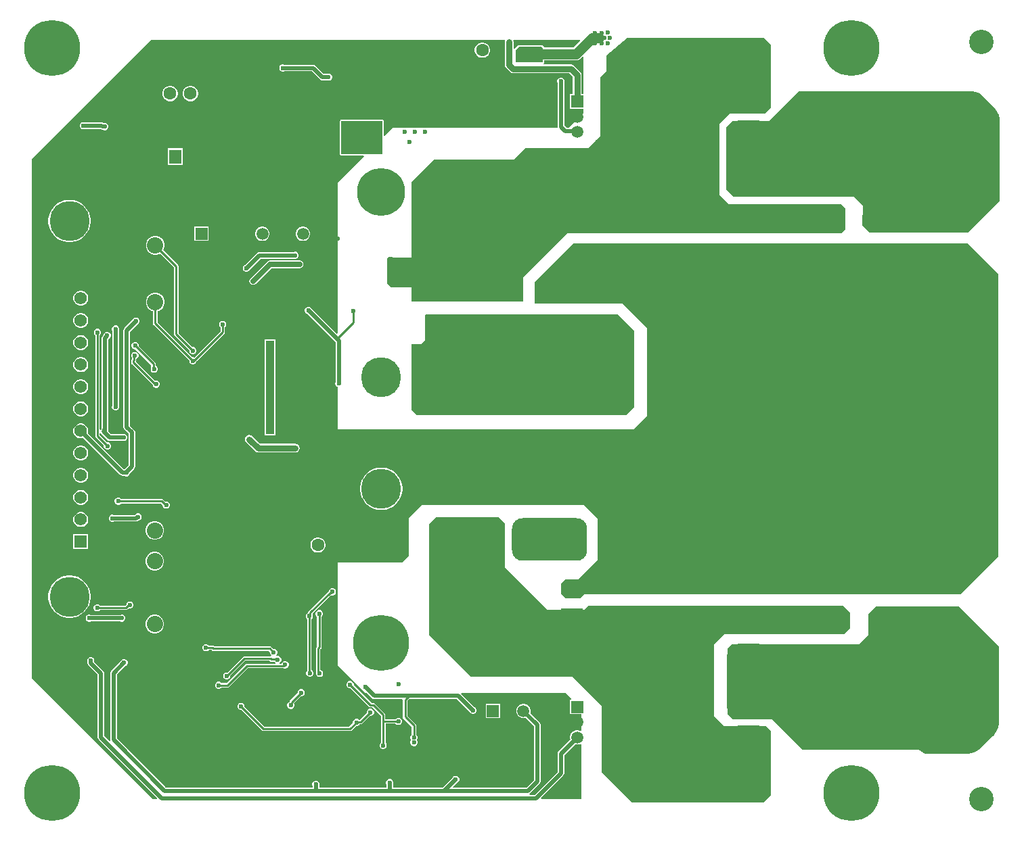
<source format=gbl>
G04*
G04 #@! TF.GenerationSoftware,Altium Limited,Altium Designer,21.3.2 (30)*
G04*
G04 Layer_Physical_Order=2*
G04 Layer_Color=16711680*
%FSTAX24Y24*%
%MOIN*%
G70*
G04*
G04 #@! TF.SameCoordinates,B67C6306-A56B-4E52-B5C8-3BB335875088*
G04*
G04*
G04 #@! TF.FilePolarity,Positive*
G04*
G01*
G75*
%ADD10C,0.0100*%
G04:AMPARAMS|DCode=18|XSize=47.2mil|YSize=70.9mil|CornerRadius=4.7mil|HoleSize=0mil|Usage=FLASHONLY|Rotation=270.000|XOffset=0mil|YOffset=0mil|HoleType=Round|Shape=RoundedRectangle|*
%AMROUNDEDRECTD18*
21,1,0.0472,0.0614,0,0,270.0*
21,1,0.0378,0.0709,0,0,270.0*
1,1,0.0094,-0.0307,-0.0189*
1,1,0.0094,-0.0307,0.0189*
1,1,0.0094,0.0307,0.0189*
1,1,0.0094,0.0307,-0.0189*
%
%ADD18ROUNDEDRECTD18*%
%ADD32C,0.0394*%
%ADD41R,0.1102X0.0512*%
%ADD122C,0.0500*%
%ADD124C,0.0200*%
%ADD126C,0.0250*%
%ADD127C,0.0300*%
%ADD130C,0.2756*%
%ADD131C,0.0800*%
G04:AMPARAMS|DCode=132|XSize=370mil|YSize=210mil|CornerRadius=52.5mil|HoleSize=0mil|Usage=FLASHONLY|Rotation=0.000|XOffset=0mil|YOffset=0mil|HoleType=Round|Shape=RoundedRectangle|*
%AMROUNDEDRECTD132*
21,1,0.3700,0.1050,0,0,0.0*
21,1,0.2650,0.2100,0,0,0.0*
1,1,0.1050,0.1325,-0.0525*
1,1,0.1050,-0.1325,-0.0525*
1,1,0.1050,-0.1325,0.0525*
1,1,0.1050,0.1325,0.0525*
%
%ADD132ROUNDEDRECTD132*%
%ADD133C,0.0591*%
%ADD134R,0.0591X0.0591*%
%ADD135C,0.0630*%
G04:AMPARAMS|DCode=136|XSize=370mil|YSize=210mil|CornerRadius=52.5mil|HoleSize=0mil|Usage=FLASHONLY|Rotation=270.000|XOffset=0mil|YOffset=0mil|HoleType=Round|Shape=RoundedRectangle|*
%AMROUNDEDRECTD136*
21,1,0.3700,0.1050,0,0,270.0*
21,1,0.2650,0.2100,0,0,270.0*
1,1,0.1050,-0.0525,-0.1325*
1,1,0.1050,-0.0525,0.1325*
1,1,0.1050,0.0525,0.1325*
1,1,0.1050,0.0525,-0.1325*
%
%ADD136ROUNDEDRECTD136*%
%ADD137R,0.0591X0.0591*%
%ADD138R,0.0630X0.0709*%
%ADD139R,0.0614X0.0614*%
%ADD140C,0.0614*%
%ADD141C,0.1969*%
%ADD142C,0.2362*%
%ADD143C,0.0551*%
G04:AMPARAMS|DCode=144|XSize=55.1mil|YSize=55.1mil|CornerRadius=13.8mil|HoleSize=0mil|Usage=FLASHONLY|Rotation=270.000|XOffset=0mil|YOffset=0mil|HoleType=Round|Shape=RoundedRectangle|*
%AMROUNDEDRECTD144*
21,1,0.0551,0.0276,0,0,270.0*
21,1,0.0276,0.0551,0,0,270.0*
1,1,0.0276,-0.0138,-0.0138*
1,1,0.0276,-0.0138,0.0138*
1,1,0.0276,0.0138,0.0138*
1,1,0.0276,0.0138,-0.0138*
%
%ADD144ROUNDEDRECTD144*%
%ADD145C,0.1200*%
%ADD146C,0.3937*%
%ADD147R,0.0400X0.4600*%
%ADD148C,0.0236*%
%ADD149C,0.0400*%
%ADD150C,0.0300*%
G36*
X062892Y05655D02*
X062912Y056504D01*
X06256Y056153D01*
X06112D01*
X061106Y056186D01*
X061036Y056256D01*
X06099Y056275D01*
X059878D01*
X059855Y056266D01*
X059832Y056256D01*
X059664Y056091D01*
X059642Y056094D01*
X059614Y056107D01*
Y05643D01*
X0596Y0565D01*
X059628Y05655D01*
X062892D01*
D02*
G37*
G36*
X06307Y055712D02*
X06307Y053854D01*
X062964D01*
Y0548D01*
X062948Y054882D01*
X062901Y054951D01*
X062591Y055261D01*
X062522Y055308D01*
X06244Y055324D01*
X061092D01*
X061082Y055374D01*
X061106Y055384D01*
X061125Y05543D01*
Y055527D01*
X06269D01*
X06269Y055527D01*
X062771Y055538D01*
X062846Y055569D01*
X062911Y055619D01*
X063024Y055732D01*
X06307Y055712D01*
D02*
G37*
G36*
X06106Y05614D02*
Y05543D01*
X05974D01*
X059705Y055465D01*
Y05604D01*
X059878Y05621D01*
X06099D01*
X06106Y05614D01*
D02*
G37*
G36*
X059172Y05655D02*
X0592Y0565D01*
X059186Y05643D01*
Y055306D01*
X059202Y055224D01*
X059249Y055154D01*
X059444Y054959D01*
X059514Y054912D01*
X059596Y054896D01*
X062351D01*
X062536Y054711D01*
Y053854D01*
X062395D01*
Y053144D01*
X06307D01*
Y05293D01*
X06235Y05221D01*
X062221D01*
X062113Y052318D01*
Y054078D01*
X062128Y054115D01*
Y054185D01*
X062108Y054234D01*
Y05443D01*
X062118Y054455D01*
Y054525D01*
X062091Y054591D01*
X062041Y054641D01*
X061975Y054668D01*
X061905D01*
X061839Y054641D01*
X061789Y054591D01*
X061762Y054525D01*
Y054455D01*
X061782Y054406D01*
Y05421D01*
X061772Y054185D01*
Y054115D01*
X061787Y054078D01*
Y05225D01*
X061787Y052249D01*
X061755Y05221D01*
X05367D01*
X053251Y051791D01*
X053205Y05181D01*
Y05254D01*
X053186Y052586D01*
X05314Y052605D01*
X05113D01*
X051084Y052586D01*
X051074Y052576D01*
X051055Y05253D01*
Y0509D01*
X051074Y050854D01*
X05112Y050835D01*
X05223D01*
X052249Y050789D01*
X05094Y04948D01*
Y042066D01*
X050894Y042047D01*
X049678Y043262D01*
X049663Y043298D01*
X049613Y043348D01*
X049548Y043376D01*
X049477D01*
X049412Y043348D01*
X049362Y043298D01*
X049334Y043233D01*
Y043162D01*
X049362Y043097D01*
X049412Y043047D01*
X049448Y043032D01*
X050805Y041675D01*
X050849Y04163D01*
Y039669D01*
X050834Y039633D01*
Y039562D01*
X050862Y039497D01*
X050912Y039447D01*
X05094Y039435D01*
Y03735D01*
X0546D01*
Y03735D01*
X06555D01*
X0662Y038D01*
Y04235D01*
X065Y04355D01*
X06065D01*
Y0446D01*
X06255Y0465D01*
X082Y0465D01*
X08349Y04501D01*
Y031051D01*
X081639Y0292D01*
X06405Y0292D01*
X0631Y0292D01*
X0629Y029D01*
X0622D01*
X06195Y02925D01*
Y02975D01*
X06215Y02995D01*
X0628D01*
X06375Y0309D01*
Y03095D01*
X06375Y03295D01*
X0631Y0336D01*
X0555Y0336D01*
X0555Y0336D01*
X0551D01*
X05444Y03294D01*
Y0311D01*
X05411Y03077D01*
X05094D01*
Y025709D01*
X052299Y02435D01*
X052359D01*
X052625Y024085D01*
X052678Y024049D01*
X05274Y024037D01*
X053889D01*
X053924Y024022D01*
X053995D01*
X054031Y024037D01*
X054128D01*
X05416Y023998D01*
X05416Y023997D01*
X05416Y023997D01*
Y023158D01*
X05416Y023158D01*
X054168Y023115D01*
X054193Y023079D01*
X054598Y022674D01*
Y02226D01*
X054559Y022221D01*
X054532Y022155D01*
Y022085D01*
X054559Y022019D01*
X054571Y022008D01*
X054559Y021996D01*
X054532Y02193D01*
Y02186D01*
X054559Y021794D01*
X054609Y021744D01*
X054675Y021717D01*
X054745D01*
X054811Y021744D01*
X054861Y021794D01*
X054888Y02186D01*
Y02193D01*
X054861Y021996D01*
X054849Y022008D01*
X054861Y022019D01*
X054888Y022085D01*
Y022155D01*
X054861Y022221D01*
X054822Y02226D01*
Y02272D01*
X054822Y02272D01*
X054814Y022763D01*
X054789Y022799D01*
X054789Y022799D01*
X054384Y023205D01*
Y023951D01*
X05447Y024037D01*
X056823D01*
X057444Y023415D01*
X057459Y023379D01*
X057509Y023329D01*
X057575Y023302D01*
X057645D01*
X057711Y023329D01*
X057761Y023379D01*
X057788Y023445D01*
Y023516D01*
X057761Y023581D01*
X057711Y023631D01*
X057675Y023646D01*
X057021Y0243D01*
X057042Y02435D01*
X06216D01*
X062459Y024051D01*
X062439Y024005D01*
X062395D01*
Y023295D01*
X06297D01*
X06297Y022487D01*
X06292Y022458D01*
X062887Y022477D01*
X062797Y022501D01*
X062703D01*
X062613Y022477D01*
X062532Y02243D01*
X062466Y022364D01*
X062419Y022283D01*
X062395Y022193D01*
Y022099D01*
X062411Y022038D01*
X061835Y021461D01*
X061799Y021408D01*
X061787Y021346D01*
Y020448D01*
X060652Y019313D01*
X060418D01*
X060403Y019363D01*
X060435Y019385D01*
X060894Y019843D01*
X060929Y019896D01*
X060942Y019959D01*
Y022775D01*
X060929Y022838D01*
X060894Y022891D01*
X060443Y023342D01*
X060459Y023403D01*
Y023497D01*
X060435Y023587D01*
X060388Y023668D01*
X060322Y023734D01*
X060241Y023781D01*
X060151Y023805D01*
X060057D01*
X059967Y023781D01*
X059886Y023734D01*
X05982Y023668D01*
X059773Y023587D01*
X059749Y023497D01*
Y023403D01*
X059773Y023313D01*
X05982Y023232D01*
X059886Y023166D01*
X059967Y023119D01*
X060057Y023095D01*
X060151D01*
X060212Y023111D01*
X060616Y022708D01*
Y020026D01*
X060252Y019663D01*
X056649D01*
X05663Y019709D01*
X056825Y019904D01*
X056861Y019919D01*
X056911Y019969D01*
X056938Y020035D01*
Y020105D01*
X056911Y020171D01*
X056861Y020221D01*
X056795Y020248D01*
X056725D01*
X056659Y020221D01*
X056609Y020171D01*
X056594Y020135D01*
X056122Y019663D01*
X053673D01*
Y019838D01*
X053688Y019875D01*
Y019945D01*
X053661Y020011D01*
X053611Y020061D01*
X053545Y020088D01*
X053475D01*
X053409Y020061D01*
X053359Y020011D01*
X053332Y019945D01*
Y019875D01*
X053347Y019838D01*
Y019663D01*
X050043D01*
Y019758D01*
X050058Y019795D01*
Y019865D01*
X050031Y019931D01*
X049981Y019981D01*
X049915Y020008D01*
X049845D01*
X049779Y019981D01*
X049729Y019931D01*
X049702Y019865D01*
Y019795D01*
X049717Y019758D01*
Y019672D01*
X042504D01*
X040073Y022103D01*
Y025232D01*
X040495Y025654D01*
X040531Y025669D01*
X040581Y025719D01*
X040608Y025785D01*
Y025855D01*
X040581Y025921D01*
X040531Y025971D01*
X040465Y025998D01*
X040395D01*
X040329Y025971D01*
X040279Y025921D01*
X040264Y025885D01*
X039795Y025415D01*
X039759Y025362D01*
X039747Y0253D01*
Y022035D01*
X039754Y021997D01*
X039708Y021972D01*
X039463Y022218D01*
Y02479D01*
Y02529D01*
X039451Y025352D01*
X039415Y025405D01*
X038956Y025865D01*
X038968Y025895D01*
Y025965D01*
X038941Y026031D01*
X038891Y026081D01*
X038825Y026108D01*
X038755D01*
X038689Y026081D01*
X038639Y026031D01*
X038612Y025965D01*
Y025895D01*
X038627Y025858D01*
Y0258D01*
X038639Y025738D01*
X038675Y025685D01*
X039137Y025222D01*
Y02479D01*
Y02215D01*
X039149Y022088D01*
X039185Y022035D01*
X042063Y019156D01*
X042044Y01911D01*
X04187D01*
X0359Y02508D01*
Y05066D01*
X04179Y05655D01*
X059172Y05655D01*
D02*
G37*
G36*
X05314Y05093D02*
X05311Y0509D01*
X05112D01*
Y05253D01*
X05113Y05254D01*
X05314D01*
Y05093D01*
D02*
G37*
G36*
X0723Y0563D02*
Y0532D01*
X072Y0529D01*
X07025Y0529D01*
X06975Y0524D01*
Y0489D01*
X0702Y04845D01*
X07575D01*
X07595Y04825D01*
Y0472D01*
X07575Y047D01*
X06225D01*
X0601Y04485D01*
Y04365D01*
X0546D01*
Y04433D01*
X0536D01*
X05338Y04455D01*
Y04575D01*
X05345Y04582D01*
X05364D01*
X05366Y0458D01*
X0546D01*
Y047D01*
Y04845D01*
Y04955D01*
X0557Y05065D01*
X05965Y05065D01*
X0602Y0512D01*
X06332D01*
Y05121D01*
X0639Y05179D01*
Y0547D01*
X064191Y05498D01*
Y055759D01*
X065221Y05665D01*
X07195Y05665D01*
X0723Y0563D01*
D02*
G37*
G36*
X08007Y054005D02*
X082081D01*
X082081Y054005D01*
X082081Y054005D01*
X082179Y054005D01*
X082372Y053967D01*
X082554Y053891D01*
X082718Y053782D01*
X082788Y053712D01*
X082969Y053531D01*
X083257Y053243D01*
X083257Y053243D01*
X083327Y053173D01*
X083436Y053009D01*
X083512Y052827D01*
X08355Y052634D01*
X08355Y052536D01*
X08355Y0488D01*
Y0486D01*
X082Y04705D01*
X07715D01*
X076789Y047411D01*
X076825Y048375D01*
X0764Y0488D01*
X07045D01*
X0701Y04915D01*
Y05225D01*
X0704Y05255D01*
X0722D01*
X073655Y054005D01*
X08007Y054005D01*
D02*
G37*
G36*
X06555Y0422D02*
Y03845D01*
X06515Y03805D01*
X05485D01*
X0546Y0383D01*
Y04155D01*
X05505Y04155D01*
X05525Y04175D01*
X05525Y04295D01*
X0553Y043D01*
X06475D01*
X06555Y0422D01*
D02*
G37*
G36*
X06297Y021805D02*
X06297Y01911D01*
X060976D01*
X060957Y019156D01*
X062065Y020265D01*
X062101Y020318D01*
X062113Y02038D01*
Y021278D01*
X062642Y021807D01*
X062703Y021791D01*
X062797D01*
X062887Y021815D01*
X06292Y021834D01*
X06297Y021805D01*
D02*
G37*
G36*
X08347Y02668D02*
X08348Y02667D01*
X083494Y026648D01*
X083505Y026623D01*
X08351Y026597D01*
X08351Y026583D01*
X08351Y026583D01*
X08351Y022914D01*
X08351Y022816D01*
X083472Y022623D01*
X083396Y022441D01*
X083287Y022277D01*
X083217Y022207D01*
X08281Y02182D01*
X082603Y021613D01*
X082533Y021543D01*
X082369Y021434D01*
X082187Y021358D01*
X081994Y02132D01*
X08003D01*
X079986Y02132D01*
X079901Y021337D01*
X079821Y02137D01*
X079748Y021419D01*
X079718Y021449D01*
X079693Y021472D01*
X079637Y021509D01*
X079574Y021535D01*
X079508Y021548D01*
X079474Y02155D01*
X079474Y02155D01*
X07681D01*
X07385Y02155D01*
X07235Y02305D01*
X0704D01*
X07015Y0233D01*
Y02655D01*
X07035Y02675D01*
X07665D01*
X0771Y0272D01*
Y02825D01*
X07745Y0286D01*
X08155D01*
X08347Y02668D01*
D02*
G37*
G36*
X0592Y0327D02*
Y03055D01*
X0613Y02845D01*
X0631D01*
X0633Y02865D01*
X07585D01*
X0762Y0283D01*
Y02755D01*
X0759Y02725D01*
X07D01*
X0695Y02675D01*
Y0232D01*
X07Y0227D01*
X07205D01*
X0723Y02245D01*
X0723Y0193D01*
X07195Y01895D01*
X06545D01*
X06395Y02045D01*
Y0237D01*
X0625Y02515D01*
X0575Y02515D01*
X05545Y0272D01*
Y02845D01*
Y03265D01*
X0558Y033D01*
X0589D01*
X0592Y0327D01*
D02*
G37*
%LPC*%
G36*
X058128Y056405D02*
X05803D01*
X057934Y056379D01*
X057849Y05633D01*
X057779Y05626D01*
X05773Y056175D01*
X057704Y056079D01*
Y055981D01*
X05773Y055885D01*
X057779Y0558D01*
X057849Y05573D01*
X057934Y055681D01*
X05803Y055655D01*
X058128D01*
X058224Y055681D01*
X058309Y05573D01*
X058379Y0558D01*
X058428Y055885D01*
X058454Y055981D01*
Y056079D01*
X058428Y056175D01*
X058379Y05626D01*
X058309Y05633D01*
X058224Y056379D01*
X058128Y056405D01*
D02*
G37*
G36*
X048285Y055328D02*
X048215D01*
X048149Y055301D01*
X048099Y055251D01*
X048072Y055185D01*
Y055115D01*
X048099Y055049D01*
X048149Y054999D01*
X048215Y054972D01*
X048285D01*
X048322Y054987D01*
X049682D01*
X050085Y054585D01*
X050138Y054549D01*
X0502Y054537D01*
X050428D01*
X050465Y054522D01*
X050535D01*
X050601Y054549D01*
X050651Y054599D01*
X050678Y054665D01*
Y054735D01*
X050651Y054801D01*
X050601Y054851D01*
X050535Y054878D01*
X050465D01*
X050428Y054863D01*
X050268D01*
X049865Y055265D01*
X049812Y055301D01*
X04975Y055313D01*
X048322D01*
X048285Y055328D01*
D02*
G37*
G36*
X043749Y054265D02*
X043651D01*
X043555Y054239D01*
X04347Y05419D01*
X0434Y05412D01*
X043351Y054035D01*
X043325Y053939D01*
Y053841D01*
X043351Y053745D01*
X0434Y05366D01*
X04347Y05359D01*
X043555Y053541D01*
X043651Y053515D01*
X043749D01*
X043845Y053541D01*
X04393Y05359D01*
X044Y05366D01*
X044049Y053745D01*
X044075Y053841D01*
Y053939D01*
X044049Y054035D01*
X044Y05412D01*
X04393Y05419D01*
X043845Y054239D01*
X043749Y054265D01*
D02*
G37*
G36*
X042749D02*
X042651D01*
X042555Y054239D01*
X04247Y05419D01*
X0424Y05412D01*
X042351Y054035D01*
X042325Y053939D01*
Y053841D01*
X042351Y053745D01*
X0424Y05366D01*
X04247Y05359D01*
X042555Y053541D01*
X042651Y053515D01*
X042749D01*
X042845Y053541D01*
X04293Y05359D01*
X043Y05366D01*
X043049Y053745D01*
X043075Y053841D01*
Y053939D01*
X043049Y054035D01*
X043Y05412D01*
X04293Y05419D01*
X042845Y054239D01*
X042749Y054265D01*
D02*
G37*
G36*
X038467Y052478D02*
X038397D01*
X038331Y052451D01*
X038281Y052401D01*
X038254Y052335D01*
Y052265D01*
X038281Y052199D01*
X038331Y052149D01*
X038397Y052122D01*
X038467D01*
X038504Y052137D01*
X039266D01*
X039278Y052128D01*
X039341Y052116D01*
X039372D01*
X039379Y052109D01*
X039445Y052082D01*
X039515D01*
X039581Y052109D01*
X039631Y052159D01*
X039658Y052225D01*
Y052295D01*
X039631Y052361D01*
X039581Y052411D01*
X039515Y052438D01*
X039482D01*
X039461Y052442D01*
X039395D01*
X039382Y052451D01*
X03932Y052463D01*
X038504D01*
X038467Y052478D01*
D02*
G37*
G36*
X043335Y051194D02*
X042585D01*
Y050366D01*
X043335D01*
Y051194D01*
D02*
G37*
G36*
X049287Y047335D02*
X049193D01*
X049103Y047311D01*
X049022Y047264D01*
X048956Y047198D01*
X048909Y047117D01*
X048885Y047027D01*
Y046933D01*
X048909Y046843D01*
X048956Y046762D01*
X049022Y046696D01*
X049103Y046649D01*
X049193Y046625D01*
X049287D01*
X049377Y046649D01*
X049458Y046696D01*
X049524Y046762D01*
X049571Y046843D01*
X049595Y046933D01*
Y047027D01*
X049571Y047117D01*
X049524Y047198D01*
X049458Y047264D01*
X049377Y047311D01*
X049287Y047335D01*
D02*
G37*
G36*
X047287D02*
X047193D01*
X047103Y047311D01*
X047022Y047264D01*
X046956Y047198D01*
X046909Y047117D01*
X046885Y047027D01*
Y046933D01*
X046909Y046843D01*
X046956Y046762D01*
X047022Y046696D01*
X047103Y046649D01*
X047193Y046625D01*
X047287D01*
X047377Y046649D01*
X047458Y046696D01*
X047524Y046762D01*
X047571Y046843D01*
X047595Y046933D01*
Y047027D01*
X047571Y047117D01*
X047524Y047198D01*
X047458Y047264D01*
X047377Y047311D01*
X047287Y047335D01*
D02*
G37*
G36*
X044595D02*
X043885D01*
Y046625D01*
X044595D01*
Y047335D01*
D02*
G37*
G36*
X037823Y048647D02*
X037659D01*
X037496Y048622D01*
X03734Y048571D01*
X037194Y048496D01*
X037061Y0484D01*
X036944Y048283D01*
X036848Y04815D01*
X036773Y048004D01*
X036722Y047848D01*
X036697Y047685D01*
Y047521D01*
X036722Y047359D01*
X036773Y047202D01*
X036848Y047056D01*
X036944Y046923D01*
X037061Y046807D01*
X037194Y04671D01*
X03734Y046635D01*
X037496Y046585D01*
X037659Y046559D01*
X037823D01*
X037985Y046585D01*
X038142Y046635D01*
X038288Y04671D01*
X038421Y046807D01*
X038537Y046923D01*
X038634Y047056D01*
X038709Y047202D01*
X038759Y047359D01*
X038785Y047521D01*
Y047685D01*
X038759Y047848D01*
X038709Y048004D01*
X038634Y04815D01*
X038537Y048283D01*
X038421Y0484D01*
X038288Y048496D01*
X038142Y048571D01*
X037985Y048622D01*
X037823Y048647D01*
D02*
G37*
G36*
X048885Y046088D02*
X048815D01*
X048778Y046073D01*
X04709D01*
X047028Y046061D01*
X046975Y046025D01*
X046387Y045438D01*
X046351Y045423D01*
X046301Y045373D01*
X046274Y045307D01*
Y045236D01*
X046301Y045171D01*
X046351Y045121D01*
X046416Y045094D01*
X046487D01*
X046553Y045121D01*
X046603Y045171D01*
X046618Y045207D01*
X047158Y045747D01*
X048778D01*
X048815Y045732D01*
X048885D01*
X048951Y045759D01*
X049001Y045809D01*
X049028Y045875D01*
Y045945D01*
X049001Y046011D01*
X048951Y046061D01*
X048885Y046088D01*
D02*
G37*
G36*
X04908Y045659D02*
X04761D01*
X047538Y045644D01*
X047477Y045603D01*
X046647Y044773D01*
X046606Y044712D01*
X046591Y04464D01*
X046606Y044568D01*
X046647Y044507D01*
X046708Y044466D01*
X04678Y044451D01*
X046852Y044466D01*
X046913Y044507D01*
X047688Y045281D01*
X04908D01*
X049152Y045296D01*
X049213Y045337D01*
X049254Y045398D01*
X049269Y04547D01*
X049254Y045542D01*
X049213Y045603D01*
X049152Y045644D01*
X04908Y045659D01*
D02*
G37*
G36*
X038348Y044163D02*
X038252D01*
X038158Y044138D01*
X038075Y04409D01*
X038006Y044021D01*
X037958Y043938D01*
X037933Y043844D01*
Y043748D01*
X037958Y043654D01*
X038006Y043571D01*
X038075Y043502D01*
X038158Y043454D01*
X038252Y043429D01*
X038348D01*
X038442Y043454D01*
X038525Y043502D01*
X038594Y043571D01*
X038642Y043654D01*
X038667Y043748D01*
Y043844D01*
X038642Y043938D01*
X038594Y044021D01*
X038525Y04409D01*
X038442Y044138D01*
X038348Y044163D01*
D02*
G37*
G36*
Y043073D02*
X038252D01*
X038158Y043048D01*
X038075Y042999D01*
X038006Y042931D01*
X037958Y042847D01*
X037933Y042754D01*
Y042657D01*
X037958Y042564D01*
X038006Y04248D01*
X038075Y042412D01*
X038158Y042363D01*
X038252Y042338D01*
X038348D01*
X038442Y042363D01*
X038525Y042412D01*
X038594Y04248D01*
X038642Y042564D01*
X038667Y042657D01*
Y042754D01*
X038642Y042847D01*
X038594Y042931D01*
X038525Y042999D01*
X038442Y043048D01*
X038348Y043073D01*
D02*
G37*
G36*
Y041982D02*
X038252D01*
X038158Y041957D01*
X038075Y041909D01*
X038006Y04184D01*
X037958Y041757D01*
X037933Y041663D01*
Y041567D01*
X037958Y041473D01*
X038006Y04139D01*
X038075Y041321D01*
X038158Y041273D01*
X038252Y041248D01*
X038348D01*
X038442Y041273D01*
X038525Y041321D01*
X038594Y04139D01*
X038642Y041473D01*
X038667Y041567D01*
Y041663D01*
X038642Y041757D01*
X038594Y04184D01*
X038525Y041909D01*
X038442Y041957D01*
X038348Y041982D01*
D02*
G37*
G36*
X042031Y04687D02*
X041909D01*
X041792Y046839D01*
X041688Y046778D01*
X041602Y046692D01*
X041541Y046588D01*
X04151Y046471D01*
Y046349D01*
X041541Y046232D01*
X041602Y046128D01*
X041688Y046042D01*
X041792Y045981D01*
X041909Y04595D01*
X042031D01*
X042148Y045981D01*
X042206Y046015D01*
X042888Y045334D01*
Y04203D01*
X042888Y04203D01*
X042896Y041987D01*
X042921Y04195D01*
X043642Y04123D01*
Y041175D01*
X043669Y041109D01*
X043719Y041059D01*
X043784Y041032D01*
X043855D01*
X043921Y041059D01*
X043971Y041109D01*
X043998Y041175D01*
Y041245D01*
X043971Y041311D01*
X043921Y041361D01*
X043855Y041388D01*
X0438D01*
X043112Y042076D01*
Y04538D01*
X043112Y04538D01*
X043104Y045423D01*
X043079Y045459D01*
X042365Y046174D01*
X042399Y046232D01*
X04243Y046349D01*
Y046471D01*
X042399Y046588D01*
X042338Y046692D01*
X042252Y046778D01*
X042148Y046839D01*
X042031Y04687D01*
D02*
G37*
G36*
Y04407D02*
X041909D01*
X041792Y044039D01*
X041688Y043978D01*
X041602Y043892D01*
X041541Y043788D01*
X04151Y043671D01*
Y043549D01*
X041541Y043432D01*
X041602Y043328D01*
X041688Y043242D01*
X041792Y043181D01*
X041858Y043164D01*
Y04256D01*
X041858Y04256D01*
X041866Y042517D01*
X041891Y04248D01*
X043642Y040729D01*
Y040675D01*
X043669Y040609D01*
X043719Y040559D01*
X043784Y040532D01*
X043855D01*
X043921Y040559D01*
X043971Y040609D01*
X043998Y040675D01*
Y040685D01*
X044014Y040695D01*
X045366Y042048D01*
X045366Y042048D01*
X045391Y042084D01*
X045399Y042127D01*
X045399Y042127D01*
Y04236D01*
X045438Y042399D01*
X045465Y042465D01*
Y042535D01*
X045438Y042601D01*
X045388Y042651D01*
X045322Y042678D01*
X045252D01*
X045186Y042651D01*
X045136Y042601D01*
X045109Y042535D01*
Y042465D01*
X045136Y042399D01*
X045175Y04236D01*
Y042174D01*
X04388Y040878D01*
X043879Y040878D01*
X043855Y040888D01*
X0438D01*
X042082Y042606D01*
Y043164D01*
X042148Y043181D01*
X042252Y043242D01*
X042338Y043328D01*
X042399Y043432D01*
X04243Y043549D01*
Y043671D01*
X042399Y043788D01*
X042338Y043892D01*
X042252Y043978D01*
X042148Y044039D01*
X042031Y04407D01*
D02*
G37*
G36*
X038348Y040891D02*
X038252D01*
X038158Y040866D01*
X038075Y040818D01*
X038006Y04075D01*
X037958Y040666D01*
X037933Y040573D01*
Y040476D01*
X037958Y040383D01*
X038006Y040299D01*
X038075Y040231D01*
X038158Y040182D01*
X038252Y040157D01*
X038348D01*
X038442Y040182D01*
X038525Y040231D01*
X038594Y040299D01*
X038642Y040383D01*
X038667Y040476D01*
Y040573D01*
X038642Y040666D01*
X038594Y04075D01*
X038525Y040818D01*
X038442Y040866D01*
X038348Y040891D01*
D02*
G37*
G36*
X041015Y041638D02*
X040945D01*
X040879Y041611D01*
X040829Y041561D01*
X040802Y041495D01*
Y041425D01*
X040829Y041359D01*
X040879Y041309D01*
X040945Y041282D01*
X040999D01*
X04177Y040512D01*
Y040401D01*
X041769Y040401D01*
X041742Y040335D01*
Y040265D01*
X041769Y040199D01*
X041819Y040149D01*
X041885Y040122D01*
X041955D01*
X042021Y040149D01*
X042071Y040199D01*
X042098Y040265D01*
Y040335D01*
X042071Y040401D01*
X042021Y040451D01*
X041994Y040462D01*
Y040558D01*
X041994Y040558D01*
X041985Y040601D01*
X041961Y040638D01*
X041158Y041441D01*
Y041495D01*
X041131Y041561D01*
X041081Y041611D01*
X041015Y041638D01*
D02*
G37*
G36*
X040995Y041148D02*
X040925D01*
X040859Y041121D01*
X040809Y041071D01*
X040782Y041005D01*
Y040935D01*
X040809Y040869D01*
X04081Y040869D01*
Y040776D01*
X040801Y040763D01*
X040792Y04072D01*
X040792Y04072D01*
Y04062D01*
X040792Y04062D01*
X040801Y040577D01*
X040825Y040541D01*
X041842Y039524D01*
Y039522D01*
X041869Y039456D01*
X041919Y039406D01*
X041985Y039379D01*
X042055D01*
X042121Y039406D01*
X042171Y039456D01*
X042198Y039522D01*
Y039593D01*
X042171Y039658D01*
X042121Y039708D01*
X042055Y039735D01*
X041985D01*
X041958Y039724D01*
X041016Y040666D01*
Y040681D01*
X041025Y040694D01*
X041034Y040737D01*
X041034Y040737D01*
Y040808D01*
X041061Y040819D01*
X041111Y040869D01*
X041138Y040935D01*
Y041005D01*
X041111Y041071D01*
X041061Y041121D01*
X040995Y041148D01*
D02*
G37*
G36*
X038348Y039801D02*
X038252D01*
X038158Y039776D01*
X038075Y039728D01*
X038006Y039659D01*
X037958Y039576D01*
X037933Y039482D01*
Y039386D01*
X037958Y039292D01*
X038006Y039208D01*
X038075Y03914D01*
X038158Y039092D01*
X038252Y039067D01*
X038348D01*
X038442Y039092D01*
X038525Y03914D01*
X038594Y039208D01*
X038642Y039292D01*
X038667Y039386D01*
Y039482D01*
X038642Y039576D01*
X038594Y039659D01*
X038525Y039728D01*
X038442Y039776D01*
X038348Y039801D01*
D02*
G37*
G36*
X040045Y042458D02*
X039975D01*
X039909Y042431D01*
X039859Y042381D01*
X039832Y042315D01*
Y042245D01*
X039849Y042203D01*
Y038502D01*
X039836Y038471D01*
Y0384D01*
X039863Y038335D01*
X039913Y038285D01*
X039979Y038258D01*
X04005D01*
X040115Y038285D01*
X040165Y038335D01*
X040192Y0384D01*
Y038471D01*
X040175Y038512D01*
Y042214D01*
X040188Y042245D01*
Y042315D01*
X040161Y042381D01*
X040111Y042431D01*
X040045Y042458D01*
D02*
G37*
G36*
X038348Y03871D02*
X038252D01*
X038158Y038685D01*
X038075Y038637D01*
X038006Y038569D01*
X037958Y038485D01*
X037933Y038392D01*
Y038295D01*
X037958Y038202D01*
X038006Y038118D01*
X038075Y03805D01*
X038158Y038001D01*
X038252Y037976D01*
X038348D01*
X038442Y038001D01*
X038525Y03805D01*
X038594Y038118D01*
X038642Y038202D01*
X038667Y038295D01*
Y038392D01*
X038642Y038485D01*
X038594Y038569D01*
X038525Y038637D01*
X038442Y038685D01*
X038348Y03871D01*
D02*
G37*
G36*
X04782Y041775D02*
X04742D01*
X047408Y04177D01*
X04736D01*
Y041722D01*
X047355Y04171D01*
Y03711D01*
X04736Y037098D01*
Y03705D01*
X047408D01*
X04742Y037045D01*
X04782D01*
X047832Y03705D01*
X04788D01*
Y037098D01*
X047885Y03711D01*
Y04171D01*
X04788Y041722D01*
Y04177D01*
X047832D01*
X04782Y041775D01*
D02*
G37*
G36*
X039155Y042288D02*
X039085D01*
X039019Y042261D01*
X038969Y042211D01*
X038942Y042145D01*
Y042075D01*
X038969Y042009D01*
X039008Y04197D01*
Y036998D01*
X039008Y036998D01*
X039016Y036956D01*
X039041Y036919D01*
X039432Y036528D01*
Y036473D01*
X039459Y036408D01*
X039509Y036357D01*
X039575Y03633D01*
X039645D01*
X039711Y036357D01*
X039761Y036408D01*
X039788Y036473D01*
Y036544D01*
X039761Y036609D01*
X039711Y036659D01*
X039645Y036687D01*
X03959D01*
X039232Y037045D01*
Y037125D01*
X039282Y037141D01*
X039305Y037107D01*
X039597Y036815D01*
X03965Y036779D01*
X039712Y036767D01*
X040338D01*
X040375Y036752D01*
X040445D01*
X040511Y036779D01*
X040561Y036829D01*
X040588Y036895D01*
Y036965D01*
X040561Y037031D01*
X040511Y037081D01*
X040445Y037108D01*
X040375D01*
X040338Y037093D01*
X03978D01*
X039648Y037225D01*
Y03725D01*
X039652Y037271D01*
Y037688D01*
X039653Y037692D01*
Y04176D01*
X039715Y041823D01*
X039727Y04184D01*
X039751Y041864D01*
X039778Y04193D01*
Y042D01*
X039751Y042066D01*
X039701Y042116D01*
X039635Y042143D01*
X039565D01*
X039499Y042116D01*
X039449Y042066D01*
X039422Y042D01*
Y04199D01*
X039375Y041943D01*
X039339Y04189D01*
X039327Y041828D01*
Y037696D01*
X039326Y037691D01*
Y03736D01*
X039319Y037353D01*
X039316Y037345D01*
X039305Y037338D01*
X039282Y037304D01*
X039232Y037319D01*
Y04197D01*
X039271Y042009D01*
X039298Y042075D01*
Y042145D01*
X039271Y042211D01*
X039221Y042261D01*
X039155Y042288D01*
D02*
G37*
G36*
X0466Y037064D02*
X046518Y037048D01*
X046448Y037001D01*
X046402Y036932D01*
X046386Y03685D01*
X046402Y036768D01*
X046448Y036699D01*
X046888Y036259D01*
X046958Y036212D01*
X04704Y036196D01*
X04886D01*
X048942Y036212D01*
X049011Y036259D01*
X049058Y036328D01*
X049074Y03641D01*
X049058Y036492D01*
X049011Y036561D01*
X048942Y036608D01*
X04886Y036624D01*
X047128D01*
X046751Y037001D01*
X046682Y037048D01*
X0466Y037064D01*
D02*
G37*
G36*
X038348Y036529D02*
X038252D01*
X038158Y036504D01*
X038075Y036456D01*
X038006Y036388D01*
X037958Y036304D01*
X037933Y036211D01*
Y036114D01*
X037958Y036021D01*
X038006Y035937D01*
X038075Y035868D01*
X038158Y03582D01*
X038252Y035795D01*
X038348D01*
X038442Y03582D01*
X038525Y035868D01*
X038594Y035937D01*
X038642Y036021D01*
X038667Y036114D01*
Y036211D01*
X038642Y036304D01*
X038594Y036388D01*
X038525Y036456D01*
X038442Y036504D01*
X038348Y036529D01*
D02*
G37*
G36*
X041045Y042848D02*
X040975D01*
X040909Y042821D01*
X040859Y042771D01*
X040837Y042718D01*
X040445Y042325D01*
X040409Y042272D01*
X040397Y04221D01*
Y03744D01*
X040409Y037378D01*
X040445Y037325D01*
X040647Y037122D01*
Y035558D01*
X040475Y035385D01*
X040465Y035371D01*
X040465Y035371D01*
X040413D01*
X038648Y037135D01*
X038667Y037204D01*
Y037301D01*
X038642Y037394D01*
X038594Y037478D01*
X038525Y037547D01*
X038442Y037595D01*
X038348Y03762D01*
X038252D01*
X038158Y037595D01*
X038075Y037547D01*
X038006Y037478D01*
X037958Y037394D01*
X037933Y037301D01*
Y037204D01*
X037958Y037111D01*
X038006Y037027D01*
X038075Y036959D01*
X038158Y036911D01*
X038252Y036886D01*
X038348D01*
X038418Y036904D01*
X04023Y035092D01*
X040283Y035057D01*
X040345Y035044D01*
X040432D01*
X040439Y035037D01*
X040505Y03501D01*
X040575D01*
X040641Y035037D01*
X040691Y035087D01*
X040718Y035153D01*
Y035167D01*
X040925Y035375D01*
X040961Y035428D01*
X040973Y03549D01*
Y03719D01*
X040961Y037252D01*
X040925Y037305D01*
X040723Y037508D01*
Y042142D01*
X041092Y042511D01*
X041111Y042519D01*
X041161Y042569D01*
X041188Y042635D01*
Y042705D01*
X041161Y042771D01*
X041111Y042821D01*
X041045Y042848D01*
D02*
G37*
G36*
X038348Y035439D02*
X038252D01*
X038158Y035414D01*
X038075Y035365D01*
X038006Y035297D01*
X037958Y035213D01*
X037933Y03512D01*
Y035023D01*
X037958Y03493D01*
X038006Y034846D01*
X038075Y034778D01*
X038158Y03473D01*
X038252Y034705D01*
X038348D01*
X038442Y03473D01*
X038525Y034778D01*
X038594Y034846D01*
X038642Y03493D01*
X038667Y035023D01*
Y03512D01*
X038642Y035213D01*
X038594Y035297D01*
X038525Y035365D01*
X038442Y035414D01*
X038348Y035439D01*
D02*
G37*
G36*
Y034348D02*
X038252D01*
X038158Y034323D01*
X038075Y034275D01*
X038006Y034207D01*
X037958Y034123D01*
X037933Y034029D01*
Y033933D01*
X037958Y033839D01*
X038006Y033756D01*
X038075Y033687D01*
X038158Y033639D01*
X038252Y033614D01*
X038348D01*
X038442Y033639D01*
X038525Y033687D01*
X038594Y033756D01*
X038642Y033839D01*
X038667Y033933D01*
Y034029D01*
X038642Y034123D01*
X038594Y034207D01*
X038525Y034275D01*
X038442Y034323D01*
X038348Y034348D01*
D02*
G37*
G36*
X040179Y033972D02*
X040108D01*
X040043Y033945D01*
X039993Y033895D01*
X039966Y033829D01*
Y033758D01*
X039993Y033693D01*
X040043Y033643D01*
X040108Y033616D01*
X040179D01*
X040245Y033643D01*
X040283Y033682D01*
X042235D01*
X042332Y033585D01*
Y033562D01*
X042359Y033497D01*
X042409Y033447D01*
X042475Y03342D01*
X042545D01*
X042611Y033447D01*
X042661Y033497D01*
X042688Y033562D01*
Y033633D01*
X042661Y033699D01*
X042611Y033749D01*
X042545Y033776D01*
X042475D01*
X042463Y033771D01*
X042361Y033873D01*
X042324Y033897D01*
X042282Y033906D01*
X042282Y033906D01*
X040283D01*
X040245Y033945D01*
X040179Y033972D01*
D02*
G37*
G36*
X053182Y035444D02*
X053018D01*
X052855Y035419D01*
X052699Y035368D01*
X052553Y035293D01*
X05242Y035197D01*
X052303Y03508D01*
X052207Y034947D01*
X052132Y034801D01*
X052081Y034645D01*
X052056Y034482D01*
Y034318D01*
X052081Y034155D01*
X052132Y033999D01*
X052207Y033853D01*
X052303Y03372D01*
X05242Y033603D01*
X052553Y033507D01*
X052699Y033432D01*
X052855Y033381D01*
X053018Y033356D01*
X053182D01*
X053345Y033381D01*
X053501Y033432D01*
X053647Y033507D01*
X05378Y033603D01*
X053897Y03372D01*
X053993Y033853D01*
X054068Y033999D01*
X054119Y034155D01*
X054144Y034318D01*
Y034482D01*
X054119Y034645D01*
X054068Y034801D01*
X053993Y034947D01*
X053897Y03508D01*
X05378Y035197D01*
X053647Y035293D01*
X053501Y035368D01*
X053345Y035419D01*
X053182Y035444D01*
D02*
G37*
G36*
X041157Y03319D02*
X041086D01*
X041021Y033163D01*
X040997Y033139D01*
X040979Y033127D01*
X040963Y033111D01*
X03993D01*
X039893Y033126D01*
X039823D01*
X039757Y033099D01*
X039707Y033049D01*
X03968Y032983D01*
Y032913D01*
X039707Y032847D01*
X039757Y032797D01*
X039823Y03277D01*
X039893D01*
X03993Y032785D01*
X04103D01*
X041093Y032797D01*
X041146Y032833D01*
X041147Y032834D01*
X041157D01*
X041222Y032861D01*
X041272Y032911D01*
X0413Y032977D01*
Y033047D01*
X041272Y033113D01*
X041222Y033163D01*
X041157Y03319D01*
D02*
G37*
G36*
X038348Y033258D02*
X038252D01*
X038158Y033233D01*
X038075Y033184D01*
X038006Y033116D01*
X037958Y033032D01*
X037933Y032939D01*
Y032842D01*
X037958Y032749D01*
X038006Y032665D01*
X038075Y032597D01*
X038158Y032548D01*
X038252Y032523D01*
X038348D01*
X038442Y032548D01*
X038525Y032597D01*
X038594Y032665D01*
X038642Y032749D01*
X038667Y032842D01*
Y032939D01*
X038642Y033032D01*
X038594Y033116D01*
X038525Y033184D01*
X038442Y033233D01*
X038348Y033258D01*
D02*
G37*
G36*
X042Y03281D02*
X041879D01*
X041762Y032779D01*
X041657Y032718D01*
X041572Y032632D01*
X041511Y032528D01*
X04148Y032411D01*
Y032289D01*
X041511Y032172D01*
X041572Y032068D01*
X041657Y031982D01*
X041762Y031921D01*
X041879Y03189D01*
X042D01*
X042117Y031921D01*
X042222Y031982D01*
X042308Y032068D01*
X042368Y032172D01*
X0424Y032289D01*
Y032411D01*
X042368Y032528D01*
X042308Y032632D01*
X042222Y032718D01*
X042117Y032779D01*
X042Y03281D01*
D02*
G37*
G36*
X038667Y032167D02*
X037933D01*
Y031433D01*
X038667D01*
Y032167D01*
D02*
G37*
G36*
X050029Y032006D02*
X049931D01*
X049835Y03198D01*
X04975Y031931D01*
X04968Y031861D01*
X049631Y031776D01*
X049605Y03168D01*
Y031582D01*
X049631Y031486D01*
X04968Y031401D01*
X04975Y031331D01*
X049835Y031282D01*
X049931Y031256D01*
X050029D01*
X050125Y031282D01*
X05021Y031331D01*
X05023Y031351D01*
X05028Y031401D01*
X050329Y031486D01*
X050355Y031582D01*
Y03168D01*
X050329Y031776D01*
X05028Y031861D01*
X05023Y031911D01*
X05021Y031931D01*
X050125Y03198D01*
X050029Y032006D01*
D02*
G37*
G36*
X042001Y03129D02*
X041879D01*
X041762Y031259D01*
X041658Y031198D01*
X041572Y031112D01*
X041511Y031008D01*
X04148Y030891D01*
Y030769D01*
X041511Y030652D01*
X041572Y030548D01*
X041658Y030462D01*
X041762Y030401D01*
X041879Y03037D01*
X042001D01*
X042118Y030401D01*
X042222Y030462D01*
X042308Y030548D01*
X042369Y030652D01*
X0424Y030769D01*
Y030891D01*
X042369Y031008D01*
X042308Y031112D01*
X042222Y031198D01*
X042118Y031259D01*
X042001Y03129D01*
D02*
G37*
G36*
X050725Y029498D02*
X050655D01*
X050589Y029471D01*
X050539Y029421D01*
X050517Y029367D01*
X050507Y029361D01*
X049516Y02837D01*
X049492Y028334D01*
X049484Y028291D01*
X049484Y028291D01*
Y02828D01*
X049457Y028269D01*
X049407Y028218D01*
X049379Y028153D01*
Y028082D01*
X049407Y028017D01*
X049445Y027978D01*
Y025422D01*
X049426Y025403D01*
X049399Y025338D01*
Y025267D01*
X049426Y025202D01*
X049477Y025152D01*
X049542Y025124D01*
X049613D01*
X049678Y025152D01*
X049728Y025202D01*
X049756Y025267D01*
Y025338D01*
X049728Y025403D01*
X049678Y025454D01*
X04967Y025457D01*
Y027978D01*
X049709Y028017D01*
X049736Y028082D01*
Y028153D01*
X049709Y028218D01*
X049725Y028262D01*
X05062Y029156D01*
X050655Y029142D01*
X050725D01*
X050791Y029169D01*
X050841Y029219D01*
X050868Y029285D01*
Y029355D01*
X050841Y029421D01*
X050791Y029471D01*
X050725Y029498D01*
D02*
G37*
G36*
X040755Y028848D02*
X040685D01*
X040619Y028821D01*
X040569Y028771D01*
X040542Y028705D01*
Y028705D01*
X040479Y028642D01*
X03925D01*
X039211Y028681D01*
X039145Y028708D01*
X039075D01*
X039009Y028681D01*
X038959Y028631D01*
X038932Y028565D01*
Y028495D01*
X038959Y028429D01*
X039009Y028379D01*
X039075Y028352D01*
X039145D01*
X039211Y028379D01*
X03925Y028418D01*
X040526D01*
X040526Y028418D01*
X040569Y028426D01*
X040605Y028451D01*
X040658Y028503D01*
X040685Y028492D01*
X040755D01*
X040821Y028519D01*
X040871Y028569D01*
X040898Y028635D01*
Y028705D01*
X040871Y028771D01*
X040821Y028821D01*
X040755Y028848D01*
D02*
G37*
G36*
X040355Y028198D02*
X040285D01*
X040248Y028183D01*
X038792D01*
X038755Y028198D01*
X038685D01*
X038619Y028171D01*
X038569Y028121D01*
X038542Y028055D01*
Y027985D01*
X038569Y027919D01*
X038619Y027869D01*
X038685Y027842D01*
X038755D01*
X038792Y027857D01*
X040248D01*
X040285Y027842D01*
X040355D01*
X040421Y027869D01*
X040471Y027919D01*
X040498Y027985D01*
Y028055D01*
X040471Y028121D01*
X040421Y028171D01*
X040355Y028198D01*
D02*
G37*
G36*
X037823Y030128D02*
X037659D01*
X037496Y030102D01*
X03734Y030051D01*
X037194Y029977D01*
X037061Y02988D01*
X036944Y029764D01*
X036848Y029631D01*
X036773Y029484D01*
X036722Y029328D01*
X036697Y029166D01*
Y029001D01*
X036722Y028839D01*
X036773Y028683D01*
X036848Y028536D01*
X036944Y028403D01*
X037061Y028287D01*
X037194Y02819D01*
X03734Y028116D01*
X037496Y028065D01*
X037659Y028039D01*
X037823D01*
X037985Y028065D01*
X038142Y028116D01*
X038288Y02819D01*
X038421Y028287D01*
X038537Y028403D01*
X038634Y028536D01*
X038709Y028683D01*
X038759Y028839D01*
X038785Y029001D01*
Y029166D01*
X038759Y029328D01*
X038709Y029484D01*
X038634Y029631D01*
X038537Y029764D01*
X038421Y02988D01*
X038288Y029977D01*
X038142Y030051D01*
X037985Y030102D01*
X037823Y030128D01*
D02*
G37*
G36*
X042001Y02819D02*
X041879D01*
X041762Y028159D01*
X041658Y028098D01*
X041572Y028012D01*
X041511Y027908D01*
X04148Y027791D01*
Y027669D01*
X041511Y027552D01*
X041572Y027448D01*
X041658Y027362D01*
X041762Y027301D01*
X041879Y02727D01*
X042001D01*
X042118Y027301D01*
X042222Y027362D01*
X042308Y027448D01*
X042369Y027552D01*
X0424Y027669D01*
Y027791D01*
X042369Y027908D01*
X042308Y028012D01*
X042222Y028098D01*
X042118Y028159D01*
X042001Y02819D01*
D02*
G37*
G36*
X044505Y026741D02*
X044435D01*
X044369Y026714D01*
X044319Y026664D01*
X044292Y026599D01*
Y026528D01*
X044319Y026462D01*
X044369Y026412D01*
X044435Y026385D01*
X044505D01*
X044571Y026412D01*
X04461Y026451D01*
X044747D01*
X044758Y026441D01*
X044794Y026416D01*
X044837Y026408D01*
X044837Y026408D01*
X047568D01*
X047626Y026349D01*
Y026295D01*
X047653Y026229D01*
X047692Y02619D01*
X047667Y026144D01*
X047648Y026148D01*
X047648Y026148D01*
X046351D01*
X046308Y02614D01*
X046272Y026115D01*
X046272Y026115D01*
X045507Y02535D01*
X045452D01*
X045386Y025323D01*
X045336Y025273D01*
X045309Y025207D01*
Y025137D01*
X045336Y025071D01*
X045386Y025021D01*
X045452Y024994D01*
X045523D01*
X045588Y025021D01*
X045638Y025071D01*
X045665Y025137D01*
Y025192D01*
X046397Y025924D01*
X047602D01*
X047619Y025907D01*
X047619Y025907D01*
X047656Y025882D01*
X047698Y025874D01*
X047698Y025874D01*
X047853D01*
X047894Y025832D01*
X047893Y025817D01*
X04788Y025782D01*
X04648D01*
X04648Y025782D01*
X046437Y025774D01*
X046401Y025749D01*
X045474Y024822D01*
X04523D01*
X045191Y024861D01*
X045125Y024888D01*
X045055D01*
X044989Y024861D01*
X044939Y024811D01*
X044912Y024745D01*
Y024675D01*
X044939Y024609D01*
X044989Y024559D01*
X045055Y024532D01*
X045125D01*
X045191Y024559D01*
X04523Y024598D01*
X04552D01*
X04552Y024598D01*
X045563Y024606D01*
X045599Y024631D01*
X046526Y025558D01*
X048286D01*
X048325Y025542D01*
X048395D01*
X048461Y025569D01*
X048511Y025619D01*
X048538Y025685D01*
Y025755D01*
X048511Y025821D01*
X048461Y025871D01*
X048395Y025898D01*
X048325D01*
X048259Y025871D01*
X048209Y025821D01*
X048193Y025782D01*
X048117D01*
X048104Y025817D01*
X048103Y025832D01*
X048149Y025879D01*
X048177Y025944D01*
Y026015D01*
X048149Y026081D01*
X048099Y026131D01*
X048034Y026158D01*
X047963D01*
X047949Y026152D01*
X047921Y026195D01*
X047955Y026229D01*
X047983Y026295D01*
Y026365D01*
X047955Y026431D01*
X047905Y026481D01*
X04784Y026508D01*
X047785D01*
X047694Y026599D01*
X047657Y026624D01*
X047614Y026632D01*
X047614Y026632D01*
X044883D01*
X044873Y026643D01*
X044836Y026667D01*
X044794Y026675D01*
X044794Y026675D01*
X04461D01*
X044571Y026714D01*
X044505Y026741D01*
D02*
G37*
G36*
X050075Y028418D02*
X050005D01*
X049939Y028391D01*
X049889Y028341D01*
X049862Y028275D01*
Y028205D01*
X049889Y028139D01*
X049928Y0281D01*
Y026634D01*
X049911Y026617D01*
X049886Y026581D01*
X049878Y026538D01*
X049878Y026538D01*
Y025296D01*
X049881Y025281D01*
Y025261D01*
X049908Y025195D01*
X049958Y025145D01*
X050023Y025118D01*
X050094D01*
X05016Y025145D01*
X05021Y025195D01*
X050237Y025261D01*
Y025332D01*
X05021Y025397D01*
X05016Y025447D01*
X050102Y025471D01*
Y026491D01*
X050119Y026509D01*
X050119Y026509D01*
X050144Y026545D01*
X050152Y026588D01*
X050152Y026588D01*
Y0281D01*
X050191Y028139D01*
X050218Y028205D01*
Y028275D01*
X050191Y028341D01*
X050141Y028391D01*
X050075Y028418D01*
D02*
G37*
G36*
X04919Y024523D02*
X04912D01*
X049054Y024496D01*
X049004Y024446D01*
X048977Y02438D01*
Y024325D01*
X048603Y023952D01*
X048579Y023916D01*
X048573Y023888D01*
X048544Y023875D01*
X048493Y023825D01*
X048466Y02376D01*
Y023689D01*
X048493Y023623D01*
X048544Y023573D01*
X048609Y023546D01*
X04868D01*
X048745Y023573D01*
X048795Y023623D01*
X048823Y023689D01*
Y02376D01*
X048795Y023825D01*
X048795Y023826D01*
Y023826D01*
X049135Y024167D01*
X04919D01*
X049256Y024194D01*
X049306Y024244D01*
X049333Y02431D01*
Y02438D01*
X049306Y024446D01*
X049256Y024496D01*
X04919Y024523D01*
D02*
G37*
G36*
X058955Y023805D02*
X058245D01*
Y023095D01*
X058955D01*
Y023805D01*
D02*
G37*
G36*
X046225Y023849D02*
X046155D01*
X046089Y023822D01*
X046039Y023772D01*
X046012Y023706D01*
Y023636D01*
X046039Y02357D01*
X046089Y02352D01*
X046155Y023493D01*
X04621D01*
X047218Y022485D01*
X047218Y022485D01*
X047254Y022461D01*
X047297Y022452D01*
X051564D01*
X051564Y022452D01*
X051606Y022461D01*
X051643Y022485D01*
X051863Y022705D01*
X051917D01*
X051983Y022732D01*
X052033Y022782D01*
X052036Y02279D01*
X052087D01*
X052087Y02279D01*
X05213Y022798D01*
X052166Y022822D01*
X052549Y023205D01*
X052604D01*
X052669Y023232D01*
X052719Y023282D01*
X052746Y023348D01*
Y023418D01*
X052719Y023484D01*
X052669Y023534D01*
X052604Y023561D01*
X052533D01*
X052467Y023534D01*
X052417Y023484D01*
X05239Y023418D01*
Y023363D01*
X052041Y023014D01*
X052003D01*
X051983Y023034D01*
X051917Y023061D01*
X051847D01*
X051781Y023034D01*
X051731Y022984D01*
X051704Y022918D01*
Y022863D01*
X051517Y022676D01*
X047343D01*
X046368Y023652D01*
Y023706D01*
X046341Y023772D01*
X046291Y023822D01*
X046225Y023849D01*
D02*
G37*
G36*
X051599Y024918D02*
X051528D01*
X051463Y024891D01*
X051413Y024841D01*
X051385Y024775D01*
Y024705D01*
X051413Y024639D01*
X051463Y024589D01*
X051528Y024562D01*
X051583D01*
X052491Y023654D01*
X052491Y023654D01*
X052528Y023629D01*
X052571Y023621D01*
X052571Y023621D01*
X052667D01*
X053078Y02321D01*
Y022933D01*
X053078Y022933D01*
X053081Y022917D01*
Y021888D01*
X053042Y021849D01*
X053015Y021783D01*
Y021713D01*
X053042Y021647D01*
X053092Y021597D01*
X053158Y02157D01*
X053229D01*
X053294Y021597D01*
X053344Y021647D01*
X053371Y021713D01*
Y021783D01*
X053344Y021849D01*
X053305Y021888D01*
Y022818D01*
X0538D01*
X053839Y022779D01*
X053904Y022752D01*
X053975D01*
X054041Y022779D01*
X054091Y022829D01*
X054118Y022895D01*
Y022965D01*
X054091Y023031D01*
X054041Y023081D01*
X053975Y023108D01*
X053904D01*
X053839Y023081D01*
X0538Y023042D01*
X053302D01*
Y023256D01*
X053302Y023256D01*
X053294Y023299D01*
X053269Y023336D01*
X053269Y023336D01*
X052793Y023812D01*
X052756Y023837D01*
X052713Y023845D01*
X052713Y023845D01*
X052617D01*
X051742Y02472D01*
Y024775D01*
X051715Y024841D01*
X051664Y024891D01*
X051599Y024918D01*
D02*
G37*
%LPD*%
D10*
X047614Y02652D02*
X047804Y02633D01*
X044837Y02652D02*
X047614D01*
X047648Y026036D02*
X047698Y025986D01*
X047992D01*
X047998Y02598D01*
X046351Y026036D02*
X047648D01*
X040526Y02853D02*
X040666Y02867D01*
X04072D01*
X03911Y02853D02*
X040526D01*
X045287Y042127D02*
Y0425D01*
X043857Y04071D02*
X043921Y040774D01*
X043934D02*
X045287Y042127D01*
X04382Y04071D02*
X043857D01*
X043921Y040774D02*
X043934D01*
X043Y04203D02*
X04382Y04121D01*
X04447Y026563D02*
X044794D01*
X044837Y02652D01*
X048683Y023762D02*
Y023873D01*
X049155Y024345D01*
X048644Y023724D02*
X048683Y023762D01*
X03912Y036998D02*
Y04211D01*
Y036998D02*
X03961Y036508D01*
X042282Y033794D02*
X042477Y033598D01*
X040144Y033794D02*
X042282D01*
X042477Y033598D02*
X04251D01*
X04197Y04641D02*
X043Y04538D01*
Y04203D02*
Y04538D01*
X04197Y04256D02*
X04382Y04071D01*
X04197Y04256D02*
Y04361D01*
X05173Y0426D02*
Y04316D01*
X05092Y04179D02*
X05173Y0426D01*
X040904Y04062D02*
Y04072D01*
X040922Y040737D01*
Y040932D01*
X04096Y04097D01*
X040904Y04062D02*
X041967Y039557D01*
X04098Y04146D02*
X041882Y040558D01*
Y040338D02*
X04192Y0403D01*
X041882Y040338D02*
Y040558D01*
X041967Y039557D02*
X04202D01*
X04509Y02471D02*
X04552D01*
X04648Y02567D01*
X04831D02*
X04836Y02572D01*
X04648Y02567D02*
X04831D01*
X045487Y025172D02*
X046351Y026036D01*
X047297Y022564D02*
X051564D01*
X051882Y022883D01*
X051882D01*
X051901Y022902D01*
X04619Y023671D02*
X047297Y022564D01*
X052087Y022902D02*
X052568Y023383D01*
X051901Y022902D02*
X052087D01*
X05319Y022933D02*
Y023256D01*
X052713Y023733D02*
X05319Y023256D01*
Y022933D02*
X053193Y02293D01*
X051564Y02474D02*
X052571Y023733D01*
X052713D01*
X053193Y02293D02*
X05394D01*
X053193Y021748D02*
Y02293D01*
X049558Y025322D02*
Y028118D01*
Y025322D02*
X049577Y025303D01*
X04999Y025296D02*
X050059D01*
X04999D02*
Y026538D01*
X049558Y028118D02*
X049596Y028156D01*
Y028291D01*
X050587Y029282D01*
X050652D01*
X05069Y02932D01*
X04999Y026538D02*
X05004Y026588D01*
Y02824D01*
X054272Y023158D02*
Y023997D01*
Y023158D02*
X05471Y02272D01*
X054272Y023997D02*
X054475Y0242D01*
X05471Y02212D02*
Y02272D01*
D18*
X07995Y046219D02*
D03*
Y0474D02*
D03*
X0799Y029431D02*
D03*
Y02825D02*
D03*
X0789D02*
D03*
Y029431D02*
D03*
X07895Y0474D02*
D03*
Y046219D02*
D03*
D32*
X06007Y032512D02*
D03*
X060533Y032682D02*
D03*
X061058D02*
D03*
X061583D02*
D03*
X062108D02*
D03*
X062571Y032512D02*
D03*
X062857Y032118D02*
D03*
Y031632D02*
D03*
X062571Y031238D02*
D03*
X062108Y031068D02*
D03*
X061583D02*
D03*
X061058D02*
D03*
X06007Y031238D02*
D03*
X059784Y031632D02*
D03*
X058634Y032512D02*
D03*
X058171Y032682D02*
D03*
X057646D02*
D03*
X057121D02*
D03*
X056596D02*
D03*
X056133Y032512D02*
D03*
X055847Y032118D02*
D03*
Y031632D02*
D03*
X056133Y031238D02*
D03*
X056596Y031068D02*
D03*
X057121D02*
D03*
X057646D02*
D03*
X058171D02*
D03*
X058634Y031238D02*
D03*
X05892Y031632D02*
D03*
Y032118D02*
D03*
X059784D02*
D03*
X060533Y031068D02*
D03*
X071812Y02218D02*
D03*
X071982Y021717D02*
D03*
Y021192D02*
D03*
Y020667D02*
D03*
Y020142D02*
D03*
X071812Y019679D02*
D03*
X071418Y019393D02*
D03*
X070932D02*
D03*
X070538Y019679D02*
D03*
X070368Y020142D02*
D03*
Y020667D02*
D03*
Y021192D02*
D03*
X070538Y02218D02*
D03*
X070932Y022466D02*
D03*
X071812Y023616D02*
D03*
X071982Y024079D02*
D03*
Y024604D02*
D03*
Y025129D02*
D03*
Y025654D02*
D03*
X071812Y026117D02*
D03*
X071418Y026403D02*
D03*
X070932D02*
D03*
X070538Y026117D02*
D03*
X070368Y025654D02*
D03*
Y025129D02*
D03*
Y024604D02*
D03*
Y024079D02*
D03*
X070538Y023616D02*
D03*
X070932Y02333D02*
D03*
X071418D02*
D03*
Y022466D02*
D03*
X070368Y021717D02*
D03*
X071812Y052029D02*
D03*
X071982Y051566D02*
D03*
Y051041D02*
D03*
Y050516D02*
D03*
Y049991D02*
D03*
X071812Y049528D02*
D03*
X071418Y049243D02*
D03*
X070932D02*
D03*
X070538Y049528D02*
D03*
X070368Y049991D02*
D03*
Y050516D02*
D03*
Y051041D02*
D03*
X070538Y052029D02*
D03*
X070932Y052315D02*
D03*
X071812Y053465D02*
D03*
X071982Y053928D02*
D03*
Y054453D02*
D03*
Y054978D02*
D03*
Y055503D02*
D03*
X071812Y055966D02*
D03*
X071418Y056252D02*
D03*
X070932D02*
D03*
X070538Y055966D02*
D03*
X070368Y055503D02*
D03*
Y054978D02*
D03*
Y054453D02*
D03*
Y053928D02*
D03*
X070538Y053465D02*
D03*
X070932Y05318D02*
D03*
X071418D02*
D03*
Y052315D02*
D03*
X070368Y051566D02*
D03*
D41*
X06315Y04735D02*
D03*
Y04613D02*
D03*
X0625Y02828D02*
D03*
Y0295D02*
D03*
X06745Y02942D02*
D03*
Y0282D02*
D03*
X0727Y02942D02*
D03*
Y0282D02*
D03*
Y04613D02*
D03*
Y04735D02*
D03*
X06745Y04613D02*
D03*
Y04735D02*
D03*
D122*
X06363Y05664D02*
X06382D01*
X06084Y05584D02*
X06269D01*
X06028D02*
X06084D01*
X0635Y05664D02*
X06363D01*
X06269Y05584D02*
X06345Y0566D01*
D124*
X06194Y05449D02*
X061945Y054485D01*
Y054155D02*
Y054485D01*
X06195Y05225D02*
Y05415D01*
X061945Y054155D02*
X06195Y05415D01*
X04709Y04591D02*
X04885D01*
X046452Y045272D02*
X04709Y04591D01*
X04676Y04464D02*
X04678D01*
X062155Y052045D02*
X0627D01*
X06195Y05225D02*
X062155Y052045D01*
X0627D02*
X06275Y051995D01*
X03949Y041828D02*
X0396Y041938D01*
X039489Y037691D02*
X03949Y037692D01*
Y041828D01*
X0396Y041938D02*
Y041965D01*
X0383Y037253D02*
X040345Y035207D01*
X040521D02*
X04054Y035188D01*
X040345Y035207D02*
X040521D01*
X03947Y037252D02*
X039489Y037271D01*
X03942Y037222D02*
X039712Y03693D01*
X039489Y037271D02*
Y037691D01*
X039712Y03693D02*
X04041D01*
X05092Y04179D02*
X051013Y041698D01*
X049513Y043197D02*
X05092Y04179D01*
X042436Y019509D02*
X04988D01*
X03991Y022035D02*
X042436Y019509D01*
X0423Y01915D02*
X06072D01*
X0393Y02215D02*
Y02479D01*
Y02215D02*
X0423Y01915D01*
X03991Y022035D02*
Y0253D01*
X06195Y02038D02*
Y021346D01*
X06072Y01915D02*
X06195Y02038D01*
X03879Y0258D02*
X0393Y02529D01*
Y02479D02*
Y02529D01*
X03991Y0253D02*
X04043Y02582D01*
X04988Y019509D02*
Y01983D01*
X04056Y04221D02*
X04101Y04266D01*
X04056Y03744D02*
Y04221D01*
Y03744D02*
X04081Y03719D01*
X04101Y04266D02*
Y04267D01*
X040012Y038438D02*
Y042278D01*
X04001Y04228D02*
X040012Y042278D01*
X039461Y052279D02*
X03948Y05226D01*
X039341Y052279D02*
X039461D01*
X03932Y0523D02*
X039341Y052279D01*
X038432Y0523D02*
X03932D01*
X040012Y038438D02*
X040014Y038436D01*
X04103Y032948D02*
X041094Y033012D01*
X039858Y032948D02*
X04103D01*
X041094Y033012D02*
X041121D01*
X03872Y02802D02*
X04032D01*
X04081Y03549D02*
Y03719D01*
X04059Y035265D02*
Y03527D01*
X04054Y035188D02*
Y035215D01*
X04059Y035265D01*
Y03527D02*
X04081Y03549D01*
X03879Y0258D02*
Y02593D01*
X049889Y0195D02*
X05351D01*
X054475Y0242D02*
X05689D01*
X05396D02*
X054475D01*
X05274D02*
X05396D01*
X05396Y0242D01*
X05689Y0242D02*
X05761Y02348D01*
X05231Y02463D02*
X05274Y0242D01*
X05351Y0195D02*
X05619D01*
X05676Y02007D01*
X05619Y0195D02*
X06032D01*
X060779Y019959D01*
X05351Y0195D02*
Y01991D01*
X060779Y019959D02*
Y022775D01*
X060104Y02345D02*
X060779Y022775D01*
X051013Y039597D02*
Y041698D01*
X0502Y0547D02*
X0505D01*
X04825Y05515D02*
X04975D01*
X0502Y0547D01*
X06195Y021346D02*
X06275Y022146D01*
D126*
X04678Y04464D02*
X04761Y04547D01*
X04908D01*
D127*
X0594Y055306D02*
X059596Y05511D01*
X06244D01*
X06275Y0548D01*
Y053499D02*
Y0548D01*
X0594Y055306D02*
Y05643D01*
X0466Y03685D02*
X04704Y03641D01*
X04886D01*
D130*
X07625Y0194D02*
D03*
X0531Y0268D02*
D03*
X0369Y0194D02*
D03*
Y05615D02*
D03*
X07625D02*
D03*
D131*
X079387Y03045D02*
D03*
X079387Y0452D02*
D03*
X0794Y04875D02*
D03*
X04194Y03235D02*
D03*
X04194Y03083D02*
D03*
Y02928D02*
D03*
Y02773D02*
D03*
Y02622D02*
D03*
X04197Y04361D02*
D03*
Y04499D02*
D03*
Y04641D02*
D03*
Y04781D02*
D03*
X0794Y02725D02*
D03*
X04015Y053D02*
D03*
D132*
X061399Y0319D02*
D03*
X05735D02*
D03*
D133*
X060104Y02345D02*
D03*
X059352D02*
D03*
X06275Y022146D02*
D03*
Y022898D02*
D03*
X04524Y04698D02*
D03*
X04724D02*
D03*
X04924D02*
D03*
X06275Y051995D02*
D03*
Y052747D02*
D03*
D134*
X0586Y02345D02*
D03*
X04424Y04698D02*
D03*
D135*
X0427Y05389D02*
D03*
X0437D02*
D03*
X04998Y031631D02*
D03*
Y033009D02*
D03*
X058079Y05603D02*
D03*
X056701D02*
D03*
D136*
X0712Y020851D02*
D03*
Y0249D02*
D03*
Y0507D02*
D03*
Y054749D02*
D03*
D137*
X06275Y02365D02*
D03*
Y053499D02*
D03*
D138*
X04296Y05078D02*
D03*
Y04978D02*
D03*
D139*
X0383Y0318D02*
D03*
D140*
Y032891D02*
D03*
Y033981D02*
D03*
Y035072D02*
D03*
Y036162D02*
D03*
Y037253D02*
D03*
Y038343D02*
D03*
Y039434D02*
D03*
Y040524D02*
D03*
Y041615D02*
D03*
Y042706D02*
D03*
Y043796D02*
D03*
X037182Y032345D02*
D03*
Y033436D02*
D03*
Y034526D02*
D03*
Y035617D02*
D03*
Y036707D02*
D03*
Y037798D02*
D03*
Y038889D02*
D03*
Y039979D02*
D03*
Y04107D02*
D03*
Y043251D02*
D03*
Y044341D02*
D03*
Y04216D02*
D03*
X0383Y044887D02*
D03*
D141*
X037741Y047603D02*
D03*
Y029083D02*
D03*
X0531Y0399D02*
D03*
Y0344D02*
D03*
D142*
Y04905D02*
D03*
D143*
X0753Y029818D02*
D03*
X07005D02*
D03*
X0648D02*
D03*
X0753Y045781D02*
D03*
X07005D02*
D03*
X0648D02*
D03*
D144*
X0753Y02785D02*
D03*
X07005D02*
D03*
X0648D02*
D03*
X0753Y04775D02*
D03*
X07005D02*
D03*
X0648D02*
D03*
D145*
X08265Y0191D02*
D03*
Y05645D02*
D03*
D146*
X08145Y05205D02*
D03*
Y0418D02*
D03*
Y0339D02*
D03*
Y0235D02*
D03*
D147*
X04762Y03941D02*
D03*
D148*
X08325Y045D02*
D03*
X083Y0445D02*
D03*
X08325Y044D02*
D03*
X083Y0435D02*
D03*
X08325Y04D02*
D03*
X083Y0395D02*
D03*
X08325Y039D02*
D03*
X083Y0385D02*
D03*
X08325Y038D02*
D03*
X083Y0375D02*
D03*
X08325Y037D02*
D03*
X083Y0365D02*
D03*
X08325Y036D02*
D03*
X083Y0355D02*
D03*
X08325Y032D02*
D03*
X083Y0315D02*
D03*
X0825Y0455D02*
D03*
X08275Y045D02*
D03*
X0825Y0445D02*
D03*
X08275Y044D02*
D03*
Y04D02*
D03*
X0825Y0395D02*
D03*
X08275Y039D02*
D03*
X0825Y0385D02*
D03*
X08275Y038D02*
D03*
X0825Y0375D02*
D03*
X08275Y037D02*
D03*
X0825Y0365D02*
D03*
X08275Y036D02*
D03*
Y032D02*
D03*
X0825Y0315D02*
D03*
X08275Y031D02*
D03*
X0825Y0305D02*
D03*
X08225Y046D02*
D03*
X082Y0455D02*
D03*
X08225Y045D02*
D03*
X082Y0445D02*
D03*
X08225Y044D02*
D03*
X082Y0395D02*
D03*
X08225Y039D02*
D03*
X082Y0385D02*
D03*
X08225Y038D02*
D03*
X082Y0375D02*
D03*
X08225Y037D02*
D03*
X082Y0365D02*
D03*
X08225Y036D02*
D03*
X082Y0315D02*
D03*
X08225Y031D02*
D03*
X082Y0305D02*
D03*
X08175Y046D02*
D03*
X0815Y0455D02*
D03*
X08175Y045D02*
D03*
X0815Y0445D02*
D03*
X08175Y044D02*
D03*
X0815Y0395D02*
D03*
X08175Y039D02*
D03*
X0815Y0385D02*
D03*
X08175Y038D02*
D03*
X0815Y0375D02*
D03*
X08175Y037D02*
D03*
X0815Y0365D02*
D03*
Y0315D02*
D03*
X08175Y031D02*
D03*
X0815Y0305D02*
D03*
X08175Y03D02*
D03*
X0815Y0295D02*
D03*
X08125Y046D02*
D03*
X081Y0455D02*
D03*
X08125Y045D02*
D03*
X081Y0445D02*
D03*
X08125Y044D02*
D03*
X081Y0395D02*
D03*
X08125Y039D02*
D03*
X081Y0385D02*
D03*
X08125Y038D02*
D03*
X081Y0375D02*
D03*
X08125Y037D02*
D03*
X081Y0365D02*
D03*
Y0315D02*
D03*
X08125Y031D02*
D03*
X081Y0305D02*
D03*
X08125Y03D02*
D03*
X081Y0295D02*
D03*
X0805Y0455D02*
D03*
X08075Y045D02*
D03*
X0805Y0445D02*
D03*
X08075Y044D02*
D03*
X0805Y0395D02*
D03*
X08075Y039D02*
D03*
X0805Y0385D02*
D03*
X08075Y038D02*
D03*
X0805Y0375D02*
D03*
X08075Y037D02*
D03*
X0805Y0365D02*
D03*
X08075Y036D02*
D03*
X0805Y0315D02*
D03*
X08075Y031D02*
D03*
X0805Y0305D02*
D03*
X08075Y03D02*
D03*
X08Y0455D02*
D03*
X08025Y045D02*
D03*
X08Y0445D02*
D03*
X08025Y044D02*
D03*
X08Y0435D02*
D03*
Y0395D02*
D03*
X08025Y039D02*
D03*
X08Y0385D02*
D03*
X08025Y038D02*
D03*
X08Y0375D02*
D03*
X08025Y037D02*
D03*
X08Y0365D02*
D03*
X08025Y036D02*
D03*
Y032D02*
D03*
X08Y0315D02*
D03*
X08025Y031D02*
D03*
Y03D02*
D03*
X0795Y0445D02*
D03*
X07975Y044D02*
D03*
X0795Y0435D02*
D03*
Y0405D02*
D03*
X07975Y04D02*
D03*
X0795Y0395D02*
D03*
X07975Y039D02*
D03*
X0795Y0385D02*
D03*
X07975Y038D02*
D03*
X0795Y0375D02*
D03*
X07975Y037D02*
D03*
X0795Y0365D02*
D03*
X07975Y036D02*
D03*
X0795Y0355D02*
D03*
Y0325D02*
D03*
X07975Y032D02*
D03*
X0795Y0315D02*
D03*
X07975Y031D02*
D03*
X079Y0445D02*
D03*
X07925Y044D02*
D03*
X079Y0435D02*
D03*
X07925Y043D02*
D03*
X079Y0425D02*
D03*
X07925Y042D02*
D03*
X079Y0415D02*
D03*
X07925Y041D02*
D03*
X079Y0405D02*
D03*
X07925Y04D02*
D03*
X079Y0395D02*
D03*
X07925Y039D02*
D03*
X079Y0385D02*
D03*
X07925Y038D02*
D03*
X079Y0375D02*
D03*
X07925Y037D02*
D03*
X079Y0365D02*
D03*
X07925Y036D02*
D03*
X079Y0355D02*
D03*
X07925Y035D02*
D03*
X079Y0345D02*
D03*
Y0335D02*
D03*
X07925Y033D02*
D03*
X079Y0325D02*
D03*
X07925Y032D02*
D03*
X079Y0315D02*
D03*
X0785Y0455D02*
D03*
X07875Y045D02*
D03*
X0785Y0445D02*
D03*
X07875Y044D02*
D03*
X0785Y0435D02*
D03*
X07875Y043D02*
D03*
X0785Y0425D02*
D03*
X07875Y042D02*
D03*
X0785Y0415D02*
D03*
X07875Y041D02*
D03*
X0785Y0405D02*
D03*
X07875Y04D02*
D03*
X0785Y0395D02*
D03*
X07875Y039D02*
D03*
X0785Y0385D02*
D03*
X07875Y038D02*
D03*
X0785Y0375D02*
D03*
X07875Y037D02*
D03*
X0785Y0365D02*
D03*
X07875Y036D02*
D03*
X0785Y0355D02*
D03*
X07875Y035D02*
D03*
X0785Y0345D02*
D03*
X07875Y034D02*
D03*
X0785Y0335D02*
D03*
X07875Y033D02*
D03*
X0785Y0325D02*
D03*
X07875Y032D02*
D03*
X0785Y0315D02*
D03*
X07875Y031D02*
D03*
X0785Y0305D02*
D03*
X07875Y03D02*
D03*
X07825Y046D02*
D03*
X078Y0455D02*
D03*
X07825Y045D02*
D03*
X078Y0445D02*
D03*
X07825Y044D02*
D03*
X078Y0435D02*
D03*
X07825Y043D02*
D03*
X078Y0425D02*
D03*
X07825Y042D02*
D03*
X078Y0415D02*
D03*
X07825Y041D02*
D03*
X078Y0405D02*
D03*
X07825Y04D02*
D03*
X078Y0395D02*
D03*
X07825Y039D02*
D03*
X078Y0385D02*
D03*
X07825Y038D02*
D03*
X078Y0375D02*
D03*
X07825Y037D02*
D03*
X078Y0365D02*
D03*
X07825Y036D02*
D03*
X078Y0355D02*
D03*
X07825Y035D02*
D03*
X078Y0345D02*
D03*
X07825Y034D02*
D03*
X078Y0335D02*
D03*
X07825Y033D02*
D03*
X078Y0325D02*
D03*
X07825Y032D02*
D03*
X078Y0315D02*
D03*
X07825Y031D02*
D03*
X078Y0305D02*
D03*
X07825Y03D02*
D03*
X078Y0295D02*
D03*
X07775Y046D02*
D03*
X0775Y0455D02*
D03*
X07775Y045D02*
D03*
X0775Y0445D02*
D03*
X07775Y044D02*
D03*
X0775Y0435D02*
D03*
X07775Y043D02*
D03*
X0775Y0425D02*
D03*
X07775Y042D02*
D03*
X0775Y0415D02*
D03*
X07775Y041D02*
D03*
X0775Y0405D02*
D03*
X07775Y04D02*
D03*
X0775Y0395D02*
D03*
X07775Y039D02*
D03*
X0775Y0385D02*
D03*
X07775Y038D02*
D03*
X0775Y0375D02*
D03*
X07775Y037D02*
D03*
X0775Y0365D02*
D03*
X07775Y036D02*
D03*
X0775Y0355D02*
D03*
X07775Y035D02*
D03*
X0775Y0345D02*
D03*
X07775Y034D02*
D03*
X0775Y0335D02*
D03*
X07775Y033D02*
D03*
X0775Y0325D02*
D03*
X07775Y032D02*
D03*
X0775Y0315D02*
D03*
X07775Y031D02*
D03*
X0775Y0305D02*
D03*
X07775Y03D02*
D03*
X0775Y0295D02*
D03*
X07725Y046D02*
D03*
X077Y0455D02*
D03*
X07725Y045D02*
D03*
X077Y0445D02*
D03*
X07725Y044D02*
D03*
X077Y0435D02*
D03*
X07725Y043D02*
D03*
X077Y0425D02*
D03*
X07725Y042D02*
D03*
X077Y0415D02*
D03*
X07725Y041D02*
D03*
X077Y0405D02*
D03*
X07725Y04D02*
D03*
X077Y0395D02*
D03*
X07725Y039D02*
D03*
X077Y0385D02*
D03*
X07725Y038D02*
D03*
X077Y0375D02*
D03*
X07725Y037D02*
D03*
X077Y0365D02*
D03*
X07725Y036D02*
D03*
X077Y0355D02*
D03*
X07725Y035D02*
D03*
X077Y0345D02*
D03*
X07725Y034D02*
D03*
X077Y0335D02*
D03*
X07725Y033D02*
D03*
X077Y0325D02*
D03*
X07725Y032D02*
D03*
X077Y0315D02*
D03*
X07725Y031D02*
D03*
X077Y0305D02*
D03*
X07725Y03D02*
D03*
X077Y0295D02*
D03*
X07675Y046D02*
D03*
X0765Y0455D02*
D03*
X07675Y045D02*
D03*
X0765Y0445D02*
D03*
X07675Y044D02*
D03*
X0765Y0435D02*
D03*
X07675Y043D02*
D03*
X0765Y0425D02*
D03*
X07675Y042D02*
D03*
X0765Y0415D02*
D03*
X07675Y041D02*
D03*
X0765Y0405D02*
D03*
X07675Y04D02*
D03*
Y039D02*
D03*
Y038D02*
D03*
Y037D02*
D03*
Y036D02*
D03*
X0765Y0355D02*
D03*
X07675Y035D02*
D03*
X0765Y0345D02*
D03*
X07675Y034D02*
D03*
X0765Y0335D02*
D03*
X07675Y033D02*
D03*
X0765Y0325D02*
D03*
X07675Y032D02*
D03*
X0765Y0315D02*
D03*
X07675Y031D02*
D03*
X0765Y0305D02*
D03*
X07675Y03D02*
D03*
X0765Y0295D02*
D03*
X07625Y046D02*
D03*
X076Y0455D02*
D03*
X07625Y045D02*
D03*
X076Y0445D02*
D03*
X07625Y044D02*
D03*
X076Y0435D02*
D03*
X07625Y043D02*
D03*
X076Y0425D02*
D03*
X07625Y042D02*
D03*
X076Y0415D02*
D03*
X07625Y041D02*
D03*
X076Y0405D02*
D03*
X07625Y04D02*
D03*
X076Y0355D02*
D03*
X07625Y035D02*
D03*
X076Y0345D02*
D03*
X07625Y034D02*
D03*
X076Y0335D02*
D03*
X07625Y033D02*
D03*
X076Y0325D02*
D03*
X07625Y032D02*
D03*
X076Y0315D02*
D03*
X07625Y031D02*
D03*
X076Y0305D02*
D03*
X07625Y03D02*
D03*
X076Y0295D02*
D03*
X07575Y045D02*
D03*
X0755Y0445D02*
D03*
X07575Y044D02*
D03*
X0755Y0435D02*
D03*
X07575Y043D02*
D03*
X0755Y0425D02*
D03*
X07575Y042D02*
D03*
X0755Y0415D02*
D03*
X07575Y041D02*
D03*
X0755Y0405D02*
D03*
X07575Y04D02*
D03*
X0755Y0355D02*
D03*
X07575Y035D02*
D03*
X0755Y0345D02*
D03*
X07575Y034D02*
D03*
X0755Y0335D02*
D03*
X07575Y033D02*
D03*
X0755Y0325D02*
D03*
X07575Y032D02*
D03*
X0755Y0315D02*
D03*
X07575Y031D02*
D03*
X0755Y0305D02*
D03*
X07525Y045D02*
D03*
X075Y0445D02*
D03*
X07525Y044D02*
D03*
X075Y0435D02*
D03*
X07525Y043D02*
D03*
X075Y0425D02*
D03*
X07525Y042D02*
D03*
X075Y0415D02*
D03*
X07525Y041D02*
D03*
X075Y0405D02*
D03*
X07525Y04D02*
D03*
X075Y0355D02*
D03*
X07525Y035D02*
D03*
X075Y0345D02*
D03*
X07525Y034D02*
D03*
X075Y0335D02*
D03*
X07525Y033D02*
D03*
X075Y0325D02*
D03*
X07525Y032D02*
D03*
X075Y0315D02*
D03*
X07525Y031D02*
D03*
X075Y0305D02*
D03*
X07475Y046D02*
D03*
X0745Y0455D02*
D03*
X07475Y045D02*
D03*
X0745Y0445D02*
D03*
X07475Y044D02*
D03*
X0745Y0435D02*
D03*
X07475Y043D02*
D03*
X0745Y0425D02*
D03*
X07475Y042D02*
D03*
X0745Y0415D02*
D03*
X07475Y041D02*
D03*
X0745Y0405D02*
D03*
X07475Y04D02*
D03*
X0745Y0355D02*
D03*
X07475Y035D02*
D03*
X0745Y0345D02*
D03*
X07475Y034D02*
D03*
X0745Y0335D02*
D03*
X07475Y033D02*
D03*
X0745Y0325D02*
D03*
X07475Y032D02*
D03*
X0745Y0315D02*
D03*
X07475Y031D02*
D03*
X0745Y0305D02*
D03*
X07475Y03D02*
D03*
X0745Y0295D02*
D03*
X07425Y046D02*
D03*
X074Y0455D02*
D03*
X07425Y045D02*
D03*
X074Y0445D02*
D03*
X07425Y044D02*
D03*
X074Y0435D02*
D03*
X07425Y043D02*
D03*
X074Y0425D02*
D03*
X07425Y042D02*
D03*
X074Y0415D02*
D03*
X07425Y041D02*
D03*
X074Y0405D02*
D03*
X07425Y04D02*
D03*
X074Y0355D02*
D03*
X07425Y035D02*
D03*
X074Y0345D02*
D03*
X07425Y034D02*
D03*
X074Y0335D02*
D03*
X07425Y033D02*
D03*
X074Y0325D02*
D03*
X07425Y032D02*
D03*
X074Y0315D02*
D03*
X07425Y031D02*
D03*
X074Y0305D02*
D03*
X07425Y03D02*
D03*
X074Y0295D02*
D03*
X07375Y046D02*
D03*
X0735Y0455D02*
D03*
X07375Y045D02*
D03*
X0735Y0445D02*
D03*
X07375Y044D02*
D03*
X0735Y0435D02*
D03*
X07375Y043D02*
D03*
X0735Y0425D02*
D03*
X07375Y042D02*
D03*
X0735Y0415D02*
D03*
X07375Y041D02*
D03*
X0735Y0405D02*
D03*
X07375Y04D02*
D03*
X0735Y0355D02*
D03*
X07375Y035D02*
D03*
X0735Y0345D02*
D03*
X07375Y034D02*
D03*
X0735Y0335D02*
D03*
X07375Y033D02*
D03*
X0735Y0325D02*
D03*
X07375Y032D02*
D03*
X0735Y0315D02*
D03*
X07375Y031D02*
D03*
X0735Y0305D02*
D03*
X07375Y03D02*
D03*
X0735Y0295D02*
D03*
X073Y0455D02*
D03*
X07325Y045D02*
D03*
X073Y0445D02*
D03*
X07325Y044D02*
D03*
X073Y0435D02*
D03*
X07325Y043D02*
D03*
X073Y0425D02*
D03*
X07325Y042D02*
D03*
X073Y0415D02*
D03*
X07325Y041D02*
D03*
X073Y0405D02*
D03*
X07325Y04D02*
D03*
X073Y0355D02*
D03*
X07325Y035D02*
D03*
X073Y0345D02*
D03*
X07325Y034D02*
D03*
X073Y0335D02*
D03*
X07325Y033D02*
D03*
X073Y0325D02*
D03*
X07325Y032D02*
D03*
X073Y0315D02*
D03*
X07325Y031D02*
D03*
X073Y0305D02*
D03*
X07325Y03D02*
D03*
X0725Y0455D02*
D03*
X07275Y045D02*
D03*
X0725Y0445D02*
D03*
X07275Y044D02*
D03*
X0725Y0435D02*
D03*
X07275Y043D02*
D03*
X0725Y0425D02*
D03*
X07275Y042D02*
D03*
X0725Y0415D02*
D03*
X07275Y041D02*
D03*
X0725Y0405D02*
D03*
X07275Y04D02*
D03*
X0725Y0395D02*
D03*
Y0385D02*
D03*
Y0375D02*
D03*
Y0365D02*
D03*
X07275Y036D02*
D03*
X0725Y0355D02*
D03*
X07275Y035D02*
D03*
X0725Y0345D02*
D03*
X07275Y034D02*
D03*
X0725Y0335D02*
D03*
X07275Y033D02*
D03*
X0725Y0325D02*
D03*
X07275Y032D02*
D03*
X0725Y0315D02*
D03*
X07275Y031D02*
D03*
X0725Y0305D02*
D03*
X07275Y03D02*
D03*
X072Y0455D02*
D03*
X07225Y045D02*
D03*
X072Y0445D02*
D03*
X07225Y044D02*
D03*
X072Y0435D02*
D03*
X07225Y043D02*
D03*
X072Y0425D02*
D03*
X07225Y042D02*
D03*
X072Y0415D02*
D03*
X07225Y041D02*
D03*
X072Y0405D02*
D03*
X07225Y04D02*
D03*
X072Y0395D02*
D03*
X07225Y039D02*
D03*
X072Y0385D02*
D03*
X07225Y038D02*
D03*
X072Y0375D02*
D03*
X07225Y037D02*
D03*
X072Y0365D02*
D03*
X07225Y036D02*
D03*
X072Y0355D02*
D03*
X07225Y035D02*
D03*
X072Y0345D02*
D03*
X07225Y034D02*
D03*
X072Y0335D02*
D03*
X07225Y033D02*
D03*
X072Y0325D02*
D03*
X07225Y032D02*
D03*
X072Y0315D02*
D03*
X07225Y031D02*
D03*
X072Y0305D02*
D03*
X07225Y03D02*
D03*
X07175Y046D02*
D03*
X0715Y0455D02*
D03*
X07175Y045D02*
D03*
X0715Y0445D02*
D03*
X07175Y044D02*
D03*
X0715Y0435D02*
D03*
X07175Y043D02*
D03*
X0715Y0425D02*
D03*
X07175Y042D02*
D03*
X0715Y0415D02*
D03*
X07175Y041D02*
D03*
X0715Y0405D02*
D03*
X07175Y04D02*
D03*
X0715Y0395D02*
D03*
X07175Y039D02*
D03*
X0715Y0385D02*
D03*
X07175Y038D02*
D03*
X0715Y0375D02*
D03*
X07175Y037D02*
D03*
X0715Y0365D02*
D03*
X07175Y036D02*
D03*
X0715Y0355D02*
D03*
X07175Y035D02*
D03*
X0715Y0345D02*
D03*
X07175Y034D02*
D03*
X0715Y0335D02*
D03*
X07175Y033D02*
D03*
X0715Y0325D02*
D03*
X07175Y032D02*
D03*
X0715Y0315D02*
D03*
X07175Y031D02*
D03*
X0715Y0305D02*
D03*
X07175Y03D02*
D03*
X0715Y0295D02*
D03*
X07125Y046D02*
D03*
X071Y0455D02*
D03*
X07125Y045D02*
D03*
X071Y0445D02*
D03*
X07125Y044D02*
D03*
X071Y0435D02*
D03*
X07125Y043D02*
D03*
X071Y0425D02*
D03*
X07125Y042D02*
D03*
X071Y0415D02*
D03*
X07125Y041D02*
D03*
X071Y0405D02*
D03*
X07125Y04D02*
D03*
X071Y0395D02*
D03*
X07125Y039D02*
D03*
X071Y0385D02*
D03*
X07125Y038D02*
D03*
X071Y0375D02*
D03*
X07125Y037D02*
D03*
X071Y0365D02*
D03*
X07125Y036D02*
D03*
X071Y0355D02*
D03*
X07125Y035D02*
D03*
X071Y0345D02*
D03*
X07125Y034D02*
D03*
X071Y0335D02*
D03*
X07125Y033D02*
D03*
X071Y0325D02*
D03*
X07125Y032D02*
D03*
X071Y0315D02*
D03*
X07125Y031D02*
D03*
X071Y0305D02*
D03*
X07125Y03D02*
D03*
X071Y0295D02*
D03*
X07075Y046D02*
D03*
X0705Y0455D02*
D03*
X07075Y045D02*
D03*
X0705Y0445D02*
D03*
X07075Y044D02*
D03*
X0705Y0435D02*
D03*
X07075Y043D02*
D03*
X0705Y0425D02*
D03*
X07075Y042D02*
D03*
X0705Y0415D02*
D03*
X07075Y041D02*
D03*
X0705Y0405D02*
D03*
X07075Y04D02*
D03*
X0705Y0395D02*
D03*
X07075Y039D02*
D03*
X0705Y0385D02*
D03*
X07075Y038D02*
D03*
X0705Y0375D02*
D03*
X07075Y037D02*
D03*
X0705Y0365D02*
D03*
X07075Y036D02*
D03*
X0705Y0355D02*
D03*
X07075Y035D02*
D03*
X0705Y0345D02*
D03*
X07075Y034D02*
D03*
X0705Y0335D02*
D03*
X07075Y033D02*
D03*
X0705Y0325D02*
D03*
X07075Y032D02*
D03*
X0705Y0315D02*
D03*
X07075Y031D02*
D03*
X0705Y0305D02*
D03*
X07075Y03D02*
D03*
X0705Y0295D02*
D03*
X07025Y045D02*
D03*
X07Y0445D02*
D03*
X07025Y044D02*
D03*
X07Y0435D02*
D03*
X07025Y043D02*
D03*
X07Y0425D02*
D03*
X07025Y042D02*
D03*
X07Y0415D02*
D03*
X07025Y041D02*
D03*
X07Y0405D02*
D03*
X07025Y04D02*
D03*
X07Y0395D02*
D03*
X07025Y039D02*
D03*
X07Y0385D02*
D03*
X07025Y038D02*
D03*
X07Y0375D02*
D03*
X07025Y037D02*
D03*
X07Y0365D02*
D03*
X07025Y036D02*
D03*
X07Y0355D02*
D03*
X07025Y035D02*
D03*
X07Y0345D02*
D03*
X07025Y034D02*
D03*
X07Y0335D02*
D03*
X07025Y033D02*
D03*
X07Y0325D02*
D03*
X07025Y032D02*
D03*
X07Y0315D02*
D03*
X07025Y031D02*
D03*
X07Y0305D02*
D03*
X0695Y0455D02*
D03*
X06975Y045D02*
D03*
X0695Y0445D02*
D03*
X06975Y044D02*
D03*
X0695Y0435D02*
D03*
X06975Y043D02*
D03*
X0695Y0425D02*
D03*
X06975Y042D02*
D03*
X0695Y0415D02*
D03*
X06975Y041D02*
D03*
X0695Y0405D02*
D03*
X06975Y04D02*
D03*
X0695Y0395D02*
D03*
X06975Y039D02*
D03*
X0695Y0385D02*
D03*
X06975Y038D02*
D03*
X0695Y0375D02*
D03*
X06975Y037D02*
D03*
X0695Y0365D02*
D03*
X06975Y036D02*
D03*
X0695Y0355D02*
D03*
X06975Y035D02*
D03*
X0695Y0345D02*
D03*
X06975Y034D02*
D03*
X0695Y0335D02*
D03*
X06975Y033D02*
D03*
X0695Y0325D02*
D03*
X06975Y032D02*
D03*
X0695Y0315D02*
D03*
X06975Y031D02*
D03*
X0695Y0305D02*
D03*
Y0295D02*
D03*
X06925Y046D02*
D03*
X069Y0455D02*
D03*
X06925Y045D02*
D03*
X069Y0445D02*
D03*
X06925Y044D02*
D03*
X069Y0435D02*
D03*
X06925Y043D02*
D03*
X069Y0425D02*
D03*
X06925Y042D02*
D03*
X069Y0415D02*
D03*
X06925Y041D02*
D03*
X069Y0405D02*
D03*
X06925Y04D02*
D03*
X069Y0395D02*
D03*
X06925Y039D02*
D03*
X069Y0385D02*
D03*
X06925Y038D02*
D03*
X069Y0375D02*
D03*
X06925Y037D02*
D03*
X069Y0365D02*
D03*
X06925Y036D02*
D03*
X069Y0355D02*
D03*
X06925Y035D02*
D03*
X069Y0345D02*
D03*
X06925Y034D02*
D03*
X069Y0335D02*
D03*
X06925Y033D02*
D03*
X069Y0325D02*
D03*
X06925Y032D02*
D03*
X069Y0315D02*
D03*
X06925Y031D02*
D03*
X069Y0305D02*
D03*
X06925Y03D02*
D03*
X069Y0295D02*
D03*
X06875Y046D02*
D03*
X0685Y0455D02*
D03*
X06875Y045D02*
D03*
X0685Y0445D02*
D03*
X06875Y044D02*
D03*
X0685Y0435D02*
D03*
X06875Y043D02*
D03*
X0685Y0425D02*
D03*
X06875Y042D02*
D03*
X0685Y0415D02*
D03*
X06875Y041D02*
D03*
X0685Y0405D02*
D03*
X06875Y04D02*
D03*
X0685Y0395D02*
D03*
X06875Y039D02*
D03*
X0685Y0385D02*
D03*
X06875Y038D02*
D03*
X0685Y0375D02*
D03*
X06875Y037D02*
D03*
X0685Y0365D02*
D03*
X06875Y036D02*
D03*
X0685Y0355D02*
D03*
X06875Y035D02*
D03*
X0685Y0345D02*
D03*
X06875Y034D02*
D03*
X0685Y0335D02*
D03*
X06875Y033D02*
D03*
X0685Y0325D02*
D03*
X06875Y032D02*
D03*
X0685Y0315D02*
D03*
X06875Y031D02*
D03*
X0685Y0305D02*
D03*
X06875Y03D02*
D03*
X0685Y0295D02*
D03*
X06825Y046D02*
D03*
X068Y0455D02*
D03*
X06825Y045D02*
D03*
X068Y0445D02*
D03*
X06825Y044D02*
D03*
X068Y0435D02*
D03*
X06825Y043D02*
D03*
X068Y0425D02*
D03*
X06825Y042D02*
D03*
X068Y0415D02*
D03*
X06825Y041D02*
D03*
X068Y0405D02*
D03*
X06825Y04D02*
D03*
X068Y0395D02*
D03*
X06825Y039D02*
D03*
X068Y0385D02*
D03*
X06825Y038D02*
D03*
X068Y0375D02*
D03*
X06825Y037D02*
D03*
X068Y0365D02*
D03*
X06825Y036D02*
D03*
X068Y0355D02*
D03*
X06825Y035D02*
D03*
X068Y0345D02*
D03*
X06825Y034D02*
D03*
X068Y0335D02*
D03*
X06825Y033D02*
D03*
X068Y0325D02*
D03*
X06825Y032D02*
D03*
X068Y0315D02*
D03*
X06825Y031D02*
D03*
X068Y0305D02*
D03*
X06825Y03D02*
D03*
X0675Y0455D02*
D03*
X06775Y045D02*
D03*
X0675Y0445D02*
D03*
X06775Y044D02*
D03*
X0675Y0435D02*
D03*
X06775Y043D02*
D03*
X0675Y0425D02*
D03*
X06775Y042D02*
D03*
X0675Y0415D02*
D03*
X06775Y041D02*
D03*
X0675Y0405D02*
D03*
X06775Y04D02*
D03*
X0675Y0395D02*
D03*
X06775Y039D02*
D03*
X0675Y0385D02*
D03*
X06775Y038D02*
D03*
X0675Y0375D02*
D03*
X06775Y037D02*
D03*
X0675Y0365D02*
D03*
X06775Y036D02*
D03*
X0675Y0355D02*
D03*
X06775Y035D02*
D03*
X0675Y0345D02*
D03*
X06775Y034D02*
D03*
X0675Y0335D02*
D03*
X06775Y033D02*
D03*
X0675Y0325D02*
D03*
X06775Y032D02*
D03*
X0675Y0315D02*
D03*
X06775Y031D02*
D03*
X0675Y0305D02*
D03*
X06775Y03D02*
D03*
X067Y0455D02*
D03*
X06725Y045D02*
D03*
X067Y0445D02*
D03*
X06725Y044D02*
D03*
X067Y0435D02*
D03*
X06725Y043D02*
D03*
X067Y0425D02*
D03*
X06725Y042D02*
D03*
X067Y0415D02*
D03*
X06725Y041D02*
D03*
X067Y0405D02*
D03*
X06725Y04D02*
D03*
X067Y0395D02*
D03*
X06725Y039D02*
D03*
X067Y0385D02*
D03*
X06725Y038D02*
D03*
X067Y0375D02*
D03*
X06725Y037D02*
D03*
X067Y0365D02*
D03*
X06725Y036D02*
D03*
X067Y0355D02*
D03*
X06725Y035D02*
D03*
X067Y0345D02*
D03*
X06725Y034D02*
D03*
X067Y0335D02*
D03*
X06725Y033D02*
D03*
X067Y0325D02*
D03*
X06725Y032D02*
D03*
X067Y0315D02*
D03*
X06725Y031D02*
D03*
X067Y0305D02*
D03*
X06725Y03D02*
D03*
X0665Y0455D02*
D03*
X06675Y045D02*
D03*
X0665Y0445D02*
D03*
X06675Y044D02*
D03*
X0665Y0435D02*
D03*
X06675Y043D02*
D03*
X0665Y0425D02*
D03*
X06675Y042D02*
D03*
X0665Y0415D02*
D03*
X06675Y041D02*
D03*
X0665Y0405D02*
D03*
X06675Y04D02*
D03*
X0665Y0395D02*
D03*
X06675Y039D02*
D03*
X0665Y0385D02*
D03*
X06675Y038D02*
D03*
X0665Y0375D02*
D03*
X06675Y037D02*
D03*
X0665Y0365D02*
D03*
X06675Y036D02*
D03*
X0665Y0355D02*
D03*
X06675Y035D02*
D03*
X0665Y0345D02*
D03*
X06675Y034D02*
D03*
X0665Y0335D02*
D03*
X06675Y033D02*
D03*
X0665Y0325D02*
D03*
X06675Y032D02*
D03*
X0665Y0315D02*
D03*
X06675Y031D02*
D03*
X0665Y0305D02*
D03*
X06675Y03D02*
D03*
X0665Y0295D02*
D03*
X06625Y046D02*
D03*
X066Y0455D02*
D03*
X06625Y045D02*
D03*
X066Y0445D02*
D03*
X06625Y044D02*
D03*
X066Y0435D02*
D03*
X06625Y043D02*
D03*
Y032D02*
D03*
X066Y0315D02*
D03*
X06625Y031D02*
D03*
X066Y0305D02*
D03*
X06625Y03D02*
D03*
X066Y0295D02*
D03*
X06575Y046D02*
D03*
X0655Y0455D02*
D03*
X06575Y045D02*
D03*
X0655Y0445D02*
D03*
X06575Y044D02*
D03*
X0655Y0435D02*
D03*
Y0315D02*
D03*
X06575Y031D02*
D03*
X0655Y0305D02*
D03*
X06575Y03D02*
D03*
X0655Y0295D02*
D03*
X06525Y045D02*
D03*
X065Y0445D02*
D03*
X06525Y044D02*
D03*
Y031D02*
D03*
X065Y0305D02*
D03*
X06475Y045D02*
D03*
X0645Y0445D02*
D03*
X06475Y044D02*
D03*
X06425Y046D02*
D03*
X064Y0455D02*
D03*
X06425Y045D02*
D03*
X064Y0445D02*
D03*
X06425Y044D02*
D03*
X0635Y0455D02*
D03*
X06375Y045D02*
D03*
X0635Y0445D02*
D03*
X06375Y044D02*
D03*
X063Y0455D02*
D03*
X06325Y045D02*
D03*
X063Y0445D02*
D03*
X06325Y044D02*
D03*
X0625Y0455D02*
D03*
X06275Y045D02*
D03*
X0625Y0445D02*
D03*
X06275Y044D02*
D03*
Y021D02*
D03*
X0625Y0205D02*
D03*
X06275Y02D02*
D03*
X062Y0455D02*
D03*
X06225Y045D02*
D03*
X062Y0445D02*
D03*
X06225Y044D02*
D03*
X062Y0225D02*
D03*
X06225Y02D02*
D03*
X0615Y0545D02*
D03*
X06175Y045D02*
D03*
X0615Y0445D02*
D03*
X06175Y044D02*
D03*
Y037D02*
D03*
X0615Y0365D02*
D03*
X06175Y036D02*
D03*
X0615Y0225D02*
D03*
X06175Y022D02*
D03*
X0615Y0215D02*
D03*
Y0205D02*
D03*
X06125Y054D02*
D03*
X061Y0535D02*
D03*
Y0525D02*
D03*
Y0445D02*
D03*
X06125Y044D02*
D03*
Y037D02*
D03*
X061Y0365D02*
D03*
X06125Y036D02*
D03*
X061Y0355D02*
D03*
Y0235D02*
D03*
X06125Y023D02*
D03*
Y022D02*
D03*
Y021D02*
D03*
X0605Y0535D02*
D03*
X06075Y053D02*
D03*
X0605Y0525D02*
D03*
X06075Y037D02*
D03*
X0605Y0365D02*
D03*
X06075Y036D02*
D03*
X0605Y0355D02*
D03*
X06075Y035D02*
D03*
X06Y0535D02*
D03*
X06025Y053D02*
D03*
X06Y0525D02*
D03*
X06025Y037D02*
D03*
X06Y0365D02*
D03*
X06025Y036D02*
D03*
X06Y0355D02*
D03*
X06025Y035D02*
D03*
X06Y0345D02*
D03*
Y0225D02*
D03*
X06025Y022D02*
D03*
X06Y0215D02*
D03*
X06025Y021D02*
D03*
X06Y0205D02*
D03*
X06025Y02D02*
D03*
X05975Y037D02*
D03*
X0595Y0365D02*
D03*
X05975Y036D02*
D03*
X0595Y0355D02*
D03*
X05975Y035D02*
D03*
X0595Y0345D02*
D03*
X05975Y034D02*
D03*
X0595Y0225D02*
D03*
X05975Y022D02*
D03*
X0595Y0215D02*
D03*
X05975Y021D02*
D03*
X0595Y0205D02*
D03*
X05975Y02D02*
D03*
X05925Y037D02*
D03*
Y036D02*
D03*
Y035D02*
D03*
X059Y0345D02*
D03*
X05925Y034D02*
D03*
Y022D02*
D03*
X059Y0215D02*
D03*
X05925Y021D02*
D03*
X059Y0205D02*
D03*
X05925Y02D02*
D03*
X0585Y0345D02*
D03*
X05875Y034D02*
D03*
Y022D02*
D03*
X0585Y0215D02*
D03*
X05875Y021D02*
D03*
X0585Y0205D02*
D03*
X05875Y02D02*
D03*
X058Y0545D02*
D03*
Y0535D02*
D03*
Y0525D02*
D03*
Y0345D02*
D03*
X05825Y034D02*
D03*
Y022D02*
D03*
X058Y0215D02*
D03*
X05825Y021D02*
D03*
X058Y0205D02*
D03*
X05825Y02D02*
D03*
X05775Y054D02*
D03*
X0575Y0535D02*
D03*
X05775Y053D02*
D03*
X0575Y0525D02*
D03*
Y0345D02*
D03*
X05775Y034D02*
D03*
X0575Y0225D02*
D03*
X05775Y022D02*
D03*
X0575Y0215D02*
D03*
X05775Y021D02*
D03*
X0575Y0205D02*
D03*
X05775Y02D02*
D03*
X057Y0345D02*
D03*
X05725Y034D02*
D03*
X057Y0225D02*
D03*
X05725Y022D02*
D03*
Y021D02*
D03*
Y02D02*
D03*
X0565Y0555D02*
D03*
Y0345D02*
D03*
X05675Y034D02*
D03*
X0565Y0235D02*
D03*
X05675Y023D02*
D03*
X056Y0555D02*
D03*
X05625Y055D02*
D03*
X056Y0345D02*
D03*
X05625Y034D02*
D03*
X056Y0235D02*
D03*
X05625Y023D02*
D03*
X056Y0225D02*
D03*
X0555Y0535D02*
D03*
Y0345D02*
D03*
X05575Y034D02*
D03*
X0555Y0235D02*
D03*
X055Y0535D02*
D03*
X05525Y052D02*
D03*
X055Y0355D02*
D03*
Y0345D02*
D03*
X05525Y034D02*
D03*
X055Y0235D02*
D03*
Y0205D02*
D03*
X0545Y0525D02*
D03*
X05475Y052D02*
D03*
X0545Y0515D02*
D03*
X05475Y035D02*
D03*
X0545Y0345D02*
D03*
X05475Y034D02*
D03*
X0545Y0335D02*
D03*
X05475Y02D02*
D03*
X05425Y052D02*
D03*
Y035D02*
D03*
Y033D02*
D03*
X054Y0325D02*
D03*
X05425Y032D02*
D03*
X054Y0315D02*
D03*
X05425Y02D02*
D03*
X05375Y053D02*
D03*
Y033D02*
D03*
X0535Y0325D02*
D03*
X05375Y032D02*
D03*
X0535Y0315D02*
D03*
X05375Y031D02*
D03*
X05325Y053D02*
D03*
X053Y0365D02*
D03*
X05325Y033D02*
D03*
X053Y0325D02*
D03*
X05325Y032D02*
D03*
X053Y0315D02*
D03*
X05325Y031D02*
D03*
X053Y0205D02*
D03*
X0525Y0535D02*
D03*
X05275Y053D02*
D03*
Y036D02*
D03*
Y033D02*
D03*
X0525Y0325D02*
D03*
X05275Y032D02*
D03*
X0525Y0315D02*
D03*
X05275Y031D02*
D03*
X0525Y0205D02*
D03*
X05275Y02D02*
D03*
X052Y0535D02*
D03*
X05225Y053D02*
D03*
X052Y0365D02*
D03*
X05225Y036D02*
D03*
X052Y0335D02*
D03*
X05225Y033D02*
D03*
X052Y0325D02*
D03*
X05225Y032D02*
D03*
X052Y0315D02*
D03*
X05225Y031D02*
D03*
X052Y0205D02*
D03*
X05225Y02D02*
D03*
X05175Y037D02*
D03*
Y036D02*
D03*
Y035D02*
D03*
Y034D02*
D03*
Y033D02*
D03*
X0515Y0325D02*
D03*
X05175Y032D02*
D03*
X0515Y0315D02*
D03*
X05175Y031D02*
D03*
X0515Y0205D02*
D03*
X05175Y02D02*
D03*
X05125Y036D02*
D03*
Y032D02*
D03*
Y031D02*
D03*
X051Y0215D02*
D03*
Y0205D02*
D03*
X05125Y02D02*
D03*
X05075Y056D02*
D03*
Y049D02*
D03*
X0505Y0485D02*
D03*
X05075Y048D02*
D03*
X0505Y0475D02*
D03*
Y0345D02*
D03*
Y0335D02*
D03*
X05075Y022D02*
D03*
Y021D02*
D03*
X0505Y0205D02*
D03*
X05075Y02D02*
D03*
X05025Y056D02*
D03*
Y049D02*
D03*
X05Y0485D02*
D03*
X05025Y048D02*
D03*
X05Y0475D02*
D03*
X05025Y047D02*
D03*
X05Y0465D02*
D03*
X05025Y037D02*
D03*
X05Y0355D02*
D03*
X05025Y035D02*
D03*
X05Y0345D02*
D03*
X05025Y034D02*
D03*
Y021D02*
D03*
X04975Y056D02*
D03*
Y049D02*
D03*
X0495Y0485D02*
D03*
X04975Y048D02*
D03*
Y037D02*
D03*
X0495Y0355D02*
D03*
X04975Y035D02*
D03*
X0495Y0345D02*
D03*
X04975Y034D02*
D03*
X0495Y0335D02*
D03*
Y0295D02*
D03*
Y0205D02*
D03*
X04925Y056D02*
D03*
Y053D02*
D03*
X049Y0525D02*
D03*
X04925Y052D02*
D03*
X049Y0515D02*
D03*
X04925Y051D02*
D03*
X049Y0505D02*
D03*
X04925Y05D02*
D03*
X049Y0495D02*
D03*
X04925Y049D02*
D03*
X049Y0485D02*
D03*
X04925Y048D02*
D03*
X049Y0435D02*
D03*
Y0355D02*
D03*
X04925Y035D02*
D03*
X049Y0345D02*
D03*
X04925Y034D02*
D03*
X049Y0335D02*
D03*
X04925Y033D02*
D03*
X049Y0295D02*
D03*
X04925Y02D02*
D03*
X04875Y056D02*
D03*
Y053D02*
D03*
X0485Y0525D02*
D03*
X04875Y052D02*
D03*
X0485Y0515D02*
D03*
X04875Y051D02*
D03*
X0485Y0505D02*
D03*
X04875Y05D02*
D03*
X0485Y0495D02*
D03*
X04875Y049D02*
D03*
X0485Y0485D02*
D03*
Y0355D02*
D03*
X04875Y035D02*
D03*
X0485Y0345D02*
D03*
X04875Y034D02*
D03*
X0485Y0335D02*
D03*
X04875Y033D02*
D03*
X0485Y0295D02*
D03*
X04875Y02D02*
D03*
X04825Y056D02*
D03*
Y053D02*
D03*
X048Y0525D02*
D03*
X04825Y052D02*
D03*
X048Y0515D02*
D03*
X04825Y051D02*
D03*
X048Y0505D02*
D03*
X04825Y05D02*
D03*
X048Y0495D02*
D03*
X04825Y049D02*
D03*
X048Y0485D02*
D03*
X04825Y047D02*
D03*
X048Y0465D02*
D03*
Y0355D02*
D03*
X04825Y035D02*
D03*
X048Y0345D02*
D03*
X04825Y034D02*
D03*
X048Y0335D02*
D03*
X04825Y033D02*
D03*
X048Y0295D02*
D03*
X04825Y022D02*
D03*
X048Y0215D02*
D03*
X04825Y021D02*
D03*
Y02D02*
D03*
X04775Y056D02*
D03*
Y052D02*
D03*
Y051D02*
D03*
Y05D02*
D03*
Y049D02*
D03*
X0475Y0485D02*
D03*
X04775Y033D02*
D03*
X0475Y0295D02*
D03*
X04775Y028D02*
D03*
Y021D02*
D03*
Y02D02*
D03*
X04725Y056D02*
D03*
Y049D02*
D03*
X047Y0485D02*
D03*
X04725Y048D02*
D03*
Y033D02*
D03*
X047Y0325D02*
D03*
Y0315D02*
D03*
Y0295D02*
D03*
X04725Y022D02*
D03*
Y02D02*
D03*
X04675Y056D02*
D03*
Y049D02*
D03*
Y048D02*
D03*
Y033D02*
D03*
X0465Y0325D02*
D03*
X04675Y032D02*
D03*
X0465Y0315D02*
D03*
X04675Y03D02*
D03*
X0465Y0295D02*
D03*
Y0225D02*
D03*
X04675Y022D02*
D03*
Y02D02*
D03*
X04625Y056D02*
D03*
X046Y0555D02*
D03*
Y0455D02*
D03*
X04625Y033D02*
D03*
Y032D02*
D03*
X046Y0295D02*
D03*
Y0275D02*
D03*
Y0245D02*
D03*
X04625Y023D02*
D03*
X046Y0225D02*
D03*
X04625Y022D02*
D03*
Y02D02*
D03*
X04575Y056D02*
D03*
X0455Y0555D02*
D03*
Y0535D02*
D03*
Y0515D02*
D03*
Y0505D02*
D03*
Y0475D02*
D03*
Y0465D02*
D03*
X04575Y046D02*
D03*
X0455Y0455D02*
D03*
Y0335D02*
D03*
X04575Y033D02*
D03*
Y023D02*
D03*
X0455Y0225D02*
D03*
X04575Y022D02*
D03*
Y02D02*
D03*
X04525Y056D02*
D03*
X045Y0555D02*
D03*
Y0545D02*
D03*
Y0535D02*
D03*
Y0515D02*
D03*
X04525Y051D02*
D03*
X045Y0505D02*
D03*
Y0475D02*
D03*
Y0465D02*
D03*
X04525Y046D02*
D03*
X045Y0455D02*
D03*
X04525Y045D02*
D03*
X045Y0445D02*
D03*
X04525Y035D02*
D03*
X045Y0335D02*
D03*
X04525Y033D02*
D03*
X045Y0325D02*
D03*
X04525Y023D02*
D03*
Y02D02*
D03*
X04475Y055D02*
D03*
X0445Y0545D02*
D03*
X04475Y054D02*
D03*
X0445Y0535D02*
D03*
Y0515D02*
D03*
X04475Y051D02*
D03*
X0445Y0505D02*
D03*
X04475Y05D02*
D03*
X0445Y0495D02*
D03*
X04475Y046D02*
D03*
X0445Y0455D02*
D03*
X04475Y045D02*
D03*
X0445Y0445D02*
D03*
Y0365D02*
D03*
X04475Y035D02*
D03*
X0445Y0335D02*
D03*
X04475Y033D02*
D03*
X0445Y0325D02*
D03*
X04475Y02D02*
D03*
X04425Y055D02*
D03*
X044Y0545D02*
D03*
Y0515D02*
D03*
X04425Y051D02*
D03*
X044Y0505D02*
D03*
X04425Y05D02*
D03*
X044Y0495D02*
D03*
X04425Y046D02*
D03*
X044Y0455D02*
D03*
X04425Y045D02*
D03*
X044Y0445D02*
D03*
X04425Y044D02*
D03*
X044Y0365D02*
D03*
X04425Y036D02*
D03*
X044Y0335D02*
D03*
X04425Y033D02*
D03*
X044Y0325D02*
D03*
X04425Y03D02*
D03*
Y02D02*
D03*
X0435Y0545D02*
D03*
Y0515D02*
D03*
X04375Y051D02*
D03*
Y05D02*
D03*
Y049D02*
D03*
X0435Y0485D02*
D03*
X04375Y048D02*
D03*
X0435Y0475D02*
D03*
Y0465D02*
D03*
X04375Y046D02*
D03*
X0435Y0455D02*
D03*
X04375Y045D02*
D03*
X0435Y0445D02*
D03*
X04375Y044D02*
D03*
Y042D02*
D03*
Y04D02*
D03*
Y036D02*
D03*
X0435Y0355D02*
D03*
X04375Y035D02*
D03*
X0435Y0335D02*
D03*
X04375Y033D02*
D03*
X0435Y0325D02*
D03*
Y0275D02*
D03*
X04375Y025D02*
D03*
Y02D02*
D03*
X043Y0545D02*
D03*
X04325Y052D02*
D03*
Y049D02*
D03*
X043Y0485D02*
D03*
X04325Y048D02*
D03*
X043Y0475D02*
D03*
X04325Y047D02*
D03*
X043Y0465D02*
D03*
X04325Y046D02*
D03*
Y04D02*
D03*
Y025D02*
D03*
X043Y0245D02*
D03*
X04325Y024D02*
D03*
X043Y0235D02*
D03*
X04325Y02D02*
D03*
X0425Y0545D02*
D03*
X04275Y049D02*
D03*
X0425Y0485D02*
D03*
X04275Y048D02*
D03*
Y047D02*
D03*
X0425Y0445D02*
D03*
X04275Y04D02*
D03*
X0425Y0385D02*
D03*
Y0355D02*
D03*
Y0345D02*
D03*
Y0315D02*
D03*
X04275Y031D02*
D03*
X0425Y0285D02*
D03*
X04275Y026D02*
D03*
Y025D02*
D03*
X0425Y0245D02*
D03*
X04275Y024D02*
D03*
X0425Y0235D02*
D03*
Y0215D02*
D03*
X04275Y02D02*
D03*
X042Y0545D02*
D03*
Y0505D02*
D03*
X04225Y05D02*
D03*
X042Y0495D02*
D03*
X04225Y049D02*
D03*
X042Y0485D02*
D03*
X04225Y04D02*
D03*
X042Y0365D02*
D03*
X04225Y036D02*
D03*
X042Y0355D02*
D03*
X04225Y035D02*
D03*
Y033D02*
D03*
Y03D02*
D03*
X042Y0285D02*
D03*
X04225Y027D02*
D03*
Y025D02*
D03*
X042Y0245D02*
D03*
X04225Y024D02*
D03*
X042Y0235D02*
D03*
X04225Y023D02*
D03*
X0415Y0515D02*
D03*
X04175Y051D02*
D03*
X0415Y0505D02*
D03*
X04175Y05D02*
D03*
X0415Y0495D02*
D03*
X04175Y049D02*
D03*
X0415Y0485D02*
D03*
Y0455D02*
D03*
Y0445D02*
D03*
Y0415D02*
D03*
X04175Y037D02*
D03*
Y036D02*
D03*
Y035D02*
D03*
X0415Y0315D02*
D03*
X04175Y03D02*
D03*
X0415Y0285D02*
D03*
X04175Y027D02*
D03*
Y025D02*
D03*
X0415Y0245D02*
D03*
X04175Y024D02*
D03*
X0415Y0235D02*
D03*
X04175Y023D02*
D03*
X04125Y055D02*
D03*
Y052D02*
D03*
X041Y0515D02*
D03*
X04125Y051D02*
D03*
X041Y0505D02*
D03*
X04125Y05D02*
D03*
X041Y0495D02*
D03*
X04125Y049D02*
D03*
X041Y0485D02*
D03*
X04125Y048D02*
D03*
X041Y0475D02*
D03*
X04125Y047D02*
D03*
X041Y0465D02*
D03*
X04125Y046D02*
D03*
X041Y0455D02*
D03*
X04125Y045D02*
D03*
X041Y0445D02*
D03*
X04125Y044D02*
D03*
X041Y0435D02*
D03*
Y0325D02*
D03*
X04125Y032D02*
D03*
X041Y0315D02*
D03*
X04125Y031D02*
D03*
X041Y0305D02*
D03*
X04125Y029D02*
D03*
Y028D02*
D03*
X041Y0275D02*
D03*
Y0265D02*
D03*
X04125Y026D02*
D03*
X041Y0255D02*
D03*
X04075Y055D02*
D03*
X0405Y0545D02*
D03*
X04075Y032D02*
D03*
Y031D02*
D03*
X0405Y0235D02*
D03*
Y0225D02*
D03*
X04Y0545D02*
D03*
X04025Y054D02*
D03*
X03975D02*
D03*
X0395Y0535D02*
D03*
Y0325D02*
D03*
X03975Y032D02*
D03*
X039Y0495D02*
D03*
Y0485D02*
D03*
Y0465D02*
D03*
Y0455D02*
D03*
Y0445D02*
D03*
Y0355D02*
D03*
X03925Y026D02*
D03*
X0385Y0495D02*
D03*
X03875Y049D02*
D03*
X0385Y0465D02*
D03*
X03875Y046D02*
D03*
X0385Y0455D02*
D03*
X03875Y04D02*
D03*
Y039D02*
D03*
X0385Y0305D02*
D03*
X03875Y03D02*
D03*
X0385Y0245D02*
D03*
X03875Y024D02*
D03*
X0385Y0235D02*
D03*
X03875Y023D02*
D03*
X038Y0495D02*
D03*
X03825Y049D02*
D03*
Y046D02*
D03*
X038Y0455D02*
D03*
Y0345D02*
D03*
X03825Y031D02*
D03*
X038Y0305D02*
D03*
X03825Y027D02*
D03*
X038Y0265D02*
D03*
X03825Y024D02*
D03*
X038Y0235D02*
D03*
X0375Y0495D02*
D03*
X03775Y049D02*
D03*
Y046D02*
D03*
X0375Y0455D02*
D03*
X03775Y045D02*
D03*
Y043D02*
D03*
Y042D02*
D03*
Y041D02*
D03*
X0375Y0405D02*
D03*
X03775Y04D02*
D03*
X0375Y0395D02*
D03*
X03775Y037D02*
D03*
X0375Y0315D02*
D03*
X03775Y031D02*
D03*
X0375Y0305D02*
D03*
X03775Y024D02*
D03*
X037Y0495D02*
D03*
X03725Y049D02*
D03*
X037Y0465D02*
D03*
X03725Y046D02*
D03*
X037Y0455D02*
D03*
X03725Y045D02*
D03*
X037Y0405D02*
D03*
Y0315D02*
D03*
X03725Y031D02*
D03*
X037Y0305D02*
D03*
X03725Y026D02*
D03*
X0365Y0495D02*
D03*
X03675Y049D02*
D03*
X0365Y0485D02*
D03*
Y0465D02*
D03*
X03675Y046D02*
D03*
X0365Y0455D02*
D03*
X03675Y045D02*
D03*
X0365Y0445D02*
D03*
X03675Y044D02*
D03*
X0365Y0435D02*
D03*
Y0425D02*
D03*
Y0415D02*
D03*
Y0405D02*
D03*
Y0395D02*
D03*
Y0385D02*
D03*
Y0375D02*
D03*
Y0365D02*
D03*
X03675Y036D02*
D03*
X0365Y0355D02*
D03*
X03675Y035D02*
D03*
X0365Y0345D02*
D03*
X03675Y034D02*
D03*
X0365Y0335D02*
D03*
X03675Y033D02*
D03*
X0365Y0325D02*
D03*
X03675Y032D02*
D03*
X0365Y0315D02*
D03*
X03675Y031D02*
D03*
X0365Y0305D02*
D03*
X03675Y03D02*
D03*
X0365Y0295D02*
D03*
Y0285D02*
D03*
X03675Y028D02*
D03*
Y026D02*
D03*
X03911Y02853D02*
D03*
X047998Y02598D02*
D03*
X047804Y02633D02*
D03*
X04366Y0213D02*
D03*
X045287Y0425D02*
D03*
X04422Y04229D02*
D03*
X05351Y01991D02*
D03*
X05394Y02293D02*
D03*
X05171Y021802D02*
D03*
X05561Y02008D02*
D03*
X05761Y02348D02*
D03*
X05557Y02303D02*
D03*
X05676Y02007D02*
D03*
X049446Y022914D02*
D03*
X053193Y021748D02*
D03*
X04619Y023671D02*
D03*
X051564Y02474D02*
D03*
X05231Y02463D02*
D03*
X0439Y03955D02*
D03*
X05397Y02478D02*
D03*
X05396Y0242D02*
D03*
X053922Y02343D02*
D03*
X049558Y028118D02*
D03*
X05004Y02824D02*
D03*
X05069Y02932D02*
D03*
X050059Y025296D02*
D03*
X049577Y025303D02*
D03*
X051882Y022883D02*
D03*
X052568Y023383D02*
D03*
X051048Y023233D02*
D03*
X03648Y02554D02*
D03*
X045487Y025172D02*
D03*
X04836Y02572D02*
D03*
X04509Y02471D02*
D03*
X03879Y02593D02*
D03*
X04043Y02582D02*
D03*
X03963Y02609D02*
D03*
X04192Y0403D02*
D03*
X044796Y02384D02*
D03*
X044737Y028971D02*
D03*
X04123Y03586D02*
D03*
X04202Y039557D02*
D03*
X04525Y04859D02*
D03*
X04098Y04146D02*
D03*
X04054Y035188D02*
D03*
X04041Y03693D02*
D03*
X03872Y02802D02*
D03*
X04611Y02693D02*
D03*
X0594Y05643D02*
D03*
X04886Y03641D02*
D03*
X0466Y03685D02*
D03*
X04447Y026563D02*
D03*
X04032Y02802D02*
D03*
X039858Y032948D02*
D03*
X041121Y033012D02*
D03*
X040014Y038436D02*
D03*
X038432Y0523D02*
D03*
X03948Y05226D02*
D03*
X04001Y04228D02*
D03*
X04101Y04267D02*
D03*
X04096Y04097D02*
D03*
X04988Y01983D02*
D03*
X04072Y02867D02*
D03*
X05173Y04316D02*
D03*
X0396Y041965D02*
D03*
X04378Y03846D02*
D03*
X04124Y03947D02*
D03*
X03912Y04211D02*
D03*
X03947Y037252D02*
D03*
X040144Y033794D02*
D03*
X04251Y033598D02*
D03*
X03961Y036508D02*
D03*
X049155Y024345D02*
D03*
X048644Y023724D02*
D03*
X04908Y04547D02*
D03*
X046452Y045272D02*
D03*
X04678Y04464D02*
D03*
X04885Y04591D02*
D03*
X06006Y05564D02*
D03*
X05991Y05585D02*
D03*
X06084Y0559D02*
D03*
X06069Y05565D02*
D03*
X06051Y05588D02*
D03*
X06427Y05636D02*
D03*
X06362Y05637D02*
D03*
X06426Y05689D02*
D03*
X06363Y05687D02*
D03*
X06394Y05638D02*
D03*
X0641Y05665D02*
D03*
X06395Y05687D02*
D03*
X06435Y05665D02*
D03*
X0635Y05664D02*
D03*
X06382D02*
D03*
X06037Y05561D02*
D03*
X06194Y05449D02*
D03*
X04382Y04121D02*
D03*
X05095Y04675D02*
D03*
X0507D02*
D03*
X05459Y02356D02*
D03*
X054628Y023832D02*
D03*
X051013Y039597D02*
D03*
X049513Y043197D02*
D03*
X052099Y051831D02*
D03*
X05925Y0505D02*
D03*
X05825D02*
D03*
X05875D02*
D03*
X05775D02*
D03*
X05725D02*
D03*
X052599Y052081D02*
D03*
X051849Y051081D02*
D03*
X052849Y051831D02*
D03*
X052349D02*
D03*
X052099Y052081D02*
D03*
X052599Y051081D02*
D03*
X052099D02*
D03*
Y052331D02*
D03*
X052599Y051331D02*
D03*
X052849Y052081D02*
D03*
X052349Y052331D02*
D03*
X051599Y051081D02*
D03*
X052349D02*
D03*
X051599Y051831D02*
D03*
X051849Y052081D02*
D03*
X052849Y052331D02*
D03*
X051599Y051581D02*
D03*
X052599D02*
D03*
X051849Y051331D02*
D03*
Y051581D02*
D03*
X052349Y052081D02*
D03*
X051599Y052331D02*
D03*
X052349Y051331D02*
D03*
X052849Y051581D02*
D03*
X051849Y051831D02*
D03*
X052349Y051581D02*
D03*
X052599Y051831D02*
D03*
Y052331D02*
D03*
X051599Y051331D02*
D03*
X051849Y052331D02*
D03*
X051599Y052081D02*
D03*
X052099Y051581D02*
D03*
X052849Y051331D02*
D03*
Y051081D02*
D03*
X052099Y051331D02*
D03*
X05395Y0557D02*
D03*
X0519Y0539D02*
D03*
Y05415D02*
D03*
X05265D02*
D03*
Y0539D02*
D03*
X0524Y05415D02*
D03*
Y0539D02*
D03*
X05215Y05415D02*
D03*
Y0539D02*
D03*
X0519Y0544D02*
D03*
Y0549D02*
D03*
X0505Y0547D02*
D03*
X0519Y05465D02*
D03*
X05215Y0544D02*
D03*
X05265Y0549D02*
D03*
Y05465D02*
D03*
Y0544D02*
D03*
X0524Y0549D02*
D03*
Y0544D02*
D03*
Y05465D02*
D03*
X05215D02*
D03*
Y0549D02*
D03*
X04825Y05515D02*
D03*
X06195Y05415D02*
D03*
X06495Y0421D02*
D03*
Y03985D02*
D03*
X06445Y0411D02*
D03*
X0642Y04135D02*
D03*
X0647D02*
D03*
X06445Y04235D02*
D03*
X0642Y0426D02*
D03*
X06495Y04085D02*
D03*
X0647Y0426D02*
D03*
X06495Y0401D02*
D03*
X0647Y0421D02*
D03*
X0642Y04035D02*
D03*
X06495Y0411D02*
D03*
X06445Y03985D02*
D03*
X0642Y0416D02*
D03*
X06495Y0406D02*
D03*
X06445Y0426D02*
D03*
X0647Y0411D02*
D03*
X06445Y0406D02*
D03*
X06495Y04185D02*
D03*
X06445Y0421D02*
D03*
Y04085D02*
D03*
X0647Y04235D02*
D03*
X06495Y04035D02*
D03*
X0642Y03985D02*
D03*
Y0401D02*
D03*
X06445Y0416D02*
D03*
X0647Y0401D02*
D03*
X06495Y04135D02*
D03*
X06445D02*
D03*
Y0401D02*
D03*
X0647Y04185D02*
D03*
X0642Y0421D02*
D03*
X0647Y0406D02*
D03*
Y04035D02*
D03*
X0642Y0406D02*
D03*
Y04185D02*
D03*
X0647Y03985D02*
D03*
X0642Y0411D02*
D03*
X06445Y04035D02*
D03*
X06495Y0416D02*
D03*
X0642Y04235D02*
D03*
X0647Y0416D02*
D03*
Y04085D02*
D03*
X06495Y04235D02*
D03*
X0642Y04085D02*
D03*
X06445Y04185D02*
D03*
X0637Y04235D02*
D03*
Y04285D02*
D03*
X06295Y0426D02*
D03*
X06395D02*
D03*
X0627Y04235D02*
D03*
X06345D02*
D03*
X06295D02*
D03*
X0627Y0426D02*
D03*
X06345Y04285D02*
D03*
X0632D02*
D03*
X06345Y0426D02*
D03*
X0632Y04235D02*
D03*
X06395Y04285D02*
D03*
X0637Y0426D02*
D03*
X06295Y04285D02*
D03*
X06395Y04235D02*
D03*
X0632Y0426D02*
D03*
X0627Y04285D02*
D03*
X0602Y05595D02*
D03*
X05535Y0349D02*
D03*
X0556D02*
D03*
X05585D02*
D03*
X0561D02*
D03*
X05785D02*
D03*
X05685D02*
D03*
X05635D02*
D03*
X0566D02*
D03*
X0576D02*
D03*
X0571D02*
D03*
X05735D02*
D03*
X05835D02*
D03*
X05865D02*
D03*
X0589D02*
D03*
X0581D02*
D03*
Y03515D02*
D03*
X0589D02*
D03*
X0556D02*
D03*
X05535D02*
D03*
X0561D02*
D03*
X05585D02*
D03*
X0561Y0354D02*
D03*
X05535D02*
D03*
Y03565D02*
D03*
X05585Y0354D02*
D03*
X0556Y03565D02*
D03*
Y0354D02*
D03*
X0566Y03515D02*
D03*
X05635D02*
D03*
X0571D02*
D03*
X05685Y0354D02*
D03*
Y03515D02*
D03*
X05635Y0354D02*
D03*
Y03565D02*
D03*
X0566D02*
D03*
Y0354D02*
D03*
X05685Y03565D02*
D03*
X0571D02*
D03*
X0556Y0359D02*
D03*
X05535D02*
D03*
X0561Y03565D02*
D03*
X05585D02*
D03*
X0571Y0359D02*
D03*
X0566D02*
D03*
X05685D02*
D03*
X0561D02*
D03*
X05585D02*
D03*
X05635D02*
D03*
X05735Y03515D02*
D03*
X0576Y0354D02*
D03*
X05785Y03515D02*
D03*
X0576D02*
D03*
X05785Y0354D02*
D03*
X05735D02*
D03*
X0571D02*
D03*
X0581Y03565D02*
D03*
X0576D02*
D03*
X05785D02*
D03*
X05835Y03515D02*
D03*
Y0354D02*
D03*
X05865Y03515D02*
D03*
Y0354D02*
D03*
X0589D02*
D03*
X0581D02*
D03*
X05835Y03565D02*
D03*
X05865D02*
D03*
X0589D02*
D03*
X05735D02*
D03*
X0576Y0359D02*
D03*
X05835D02*
D03*
X05785D02*
D03*
X0581D02*
D03*
X05735D02*
D03*
X05865Y03665D02*
D03*
Y0364D02*
D03*
X0589Y0359D02*
D03*
X05865D02*
D03*
X0589Y03615D02*
D03*
X05865D02*
D03*
X0589Y0364D02*
D03*
Y0369D02*
D03*
X05865D02*
D03*
X0589Y03665D02*
D03*
X05865Y03715D02*
D03*
X0589D02*
D03*
X05471Y021895D02*
D03*
Y02212D02*
D03*
X083Y0265D02*
D03*
X08325Y026D02*
D03*
X083Y0255D02*
D03*
X08325Y025D02*
D03*
X08275Y027D02*
D03*
X0825Y0265D02*
D03*
X08275Y026D02*
D03*
X0825Y0255D02*
D03*
X082Y0275D02*
D03*
X08225Y027D02*
D03*
X082Y0265D02*
D03*
X08225Y026D02*
D03*
X0815Y0275D02*
D03*
X08175Y027D02*
D03*
X0815Y0265D02*
D03*
X08175Y026D02*
D03*
X081Y0275D02*
D03*
X08125Y027D02*
D03*
X081Y0265D02*
D03*
X08125Y026D02*
D03*
X0805Y0275D02*
D03*
X08075Y027D02*
D03*
X0805Y0265D02*
D03*
X08075Y026D02*
D03*
X0805Y0255D02*
D03*
Y0215D02*
D03*
X08Y0275D02*
D03*
X08025Y027D02*
D03*
X08Y0265D02*
D03*
X08025Y026D02*
D03*
X08Y0255D02*
D03*
Y0215D02*
D03*
X0795Y0265D02*
D03*
X07975Y026D02*
D03*
X0795Y0255D02*
D03*
X07975Y025D02*
D03*
X0795Y0245D02*
D03*
Y0225D02*
D03*
X07975Y022D02*
D03*
X079Y0265D02*
D03*
X07925Y026D02*
D03*
X079Y0255D02*
D03*
X07925Y025D02*
D03*
X079Y0245D02*
D03*
X07925Y024D02*
D03*
X079Y0235D02*
D03*
X07925Y023D02*
D03*
X079Y0225D02*
D03*
X07925Y022D02*
D03*
X0785Y0275D02*
D03*
X07875Y027D02*
D03*
X0785Y0265D02*
D03*
X07875Y026D02*
D03*
X0785Y0255D02*
D03*
X07875Y025D02*
D03*
X0785Y0245D02*
D03*
X07875Y024D02*
D03*
X0785Y0235D02*
D03*
X07875Y023D02*
D03*
X0785Y0225D02*
D03*
X07875Y022D02*
D03*
X078Y0275D02*
D03*
X07825Y027D02*
D03*
X078Y0265D02*
D03*
X07825Y026D02*
D03*
X078Y0255D02*
D03*
X07825Y025D02*
D03*
X078Y0245D02*
D03*
X07825Y024D02*
D03*
X078Y0235D02*
D03*
X07825Y023D02*
D03*
X078Y0225D02*
D03*
X07825Y022D02*
D03*
X07775Y027D02*
D03*
X0775Y0265D02*
D03*
X07775Y026D02*
D03*
X0775Y0255D02*
D03*
X07775Y025D02*
D03*
X0775Y0245D02*
D03*
X07775Y024D02*
D03*
X0775Y0235D02*
D03*
X07775Y023D02*
D03*
X0775Y0225D02*
D03*
X07775Y022D02*
D03*
X07725Y027D02*
D03*
X077Y0265D02*
D03*
X07725Y026D02*
D03*
X077Y0255D02*
D03*
X07725Y025D02*
D03*
X077Y0245D02*
D03*
X07725Y024D02*
D03*
X077Y0235D02*
D03*
X07725Y023D02*
D03*
X077Y0225D02*
D03*
X07725Y022D02*
D03*
X0765Y0265D02*
D03*
X07675Y026D02*
D03*
X0765Y0255D02*
D03*
X07675Y025D02*
D03*
X0765Y0245D02*
D03*
X07675Y024D02*
D03*
X0765Y0235D02*
D03*
X07675Y023D02*
D03*
X0765Y0225D02*
D03*
X07675Y022D02*
D03*
X076Y0265D02*
D03*
X07625Y026D02*
D03*
X076Y0255D02*
D03*
X07625Y025D02*
D03*
X076Y0245D02*
D03*
X07625Y024D02*
D03*
X076Y0235D02*
D03*
X07625Y023D02*
D03*
X076Y0225D02*
D03*
X07625Y022D02*
D03*
X0755Y0265D02*
D03*
X07575Y026D02*
D03*
X0755Y0255D02*
D03*
X07575Y025D02*
D03*
X0755Y0245D02*
D03*
X07575Y024D02*
D03*
X0755Y0235D02*
D03*
X07575Y023D02*
D03*
X0755Y0225D02*
D03*
X07575Y022D02*
D03*
X075Y0265D02*
D03*
X07525Y026D02*
D03*
X075Y0255D02*
D03*
X07525Y025D02*
D03*
X075Y0245D02*
D03*
X07525Y024D02*
D03*
X075Y0235D02*
D03*
X07525Y023D02*
D03*
X075Y0225D02*
D03*
X07525Y022D02*
D03*
X0745Y0265D02*
D03*
X07475Y026D02*
D03*
X0745Y0255D02*
D03*
X07475Y025D02*
D03*
X0745Y0245D02*
D03*
X07475Y024D02*
D03*
X0745Y0235D02*
D03*
X07475Y023D02*
D03*
X0745Y0225D02*
D03*
X07475Y022D02*
D03*
X074Y0265D02*
D03*
X07425Y026D02*
D03*
X074Y0255D02*
D03*
X07425Y025D02*
D03*
X074Y0245D02*
D03*
X07425Y024D02*
D03*
X074Y0235D02*
D03*
X07425Y023D02*
D03*
X074Y0225D02*
D03*
X07425Y022D02*
D03*
X0735Y0265D02*
D03*
X07375Y026D02*
D03*
X0735Y0255D02*
D03*
X07375Y025D02*
D03*
X0735Y0245D02*
D03*
X07375Y024D02*
D03*
X0735Y0235D02*
D03*
X07375Y023D02*
D03*
X0735Y0225D02*
D03*
X07375Y022D02*
D03*
X073Y0265D02*
D03*
X07325Y026D02*
D03*
X073Y0255D02*
D03*
X07325Y025D02*
D03*
X073Y0245D02*
D03*
X07325Y024D02*
D03*
X073Y0235D02*
D03*
X07325Y023D02*
D03*
X0725Y0265D02*
D03*
X07275Y026D02*
D03*
X0725Y0255D02*
D03*
X07275Y025D02*
D03*
X0725Y0245D02*
D03*
X07275Y024D02*
D03*
X0725Y0235D02*
D03*
X07275Y023D02*
D03*
X08325Y05D02*
D03*
X083Y0495D02*
D03*
X08325Y049D02*
D03*
X083Y0485D02*
D03*
X08275Y05D02*
D03*
X0825Y0495D02*
D03*
X08275Y049D02*
D03*
X0825Y0485D02*
D03*
X082Y0495D02*
D03*
X08225Y049D02*
D03*
X082Y0485D02*
D03*
X0815Y0495D02*
D03*
X08175Y049D02*
D03*
X0815Y0485D02*
D03*
X081Y0495D02*
D03*
X08125Y049D02*
D03*
X081Y0485D02*
D03*
X0805Y0495D02*
D03*
X08075Y049D02*
D03*
X0805Y0485D02*
D03*
X08025Y05D02*
D03*
X08Y0495D02*
D03*
X08025Y049D02*
D03*
X0795Y0535D02*
D03*
Y0505D02*
D03*
X07975Y05D02*
D03*
X0795Y0495D02*
D03*
X079Y0535D02*
D03*
X07925Y053D02*
D03*
X079Y0525D02*
D03*
Y0515D02*
D03*
X07925Y051D02*
D03*
X079Y0505D02*
D03*
X07925Y05D02*
D03*
X079Y0495D02*
D03*
X0785Y0535D02*
D03*
X07875Y053D02*
D03*
X0785Y0525D02*
D03*
X07875Y052D02*
D03*
X0785Y0515D02*
D03*
X07875Y051D02*
D03*
X0785Y0505D02*
D03*
X07875Y05D02*
D03*
X0785Y0495D02*
D03*
Y0485D02*
D03*
X078Y0535D02*
D03*
X07825Y053D02*
D03*
X078Y0525D02*
D03*
X07825Y052D02*
D03*
X078Y0515D02*
D03*
X07825Y051D02*
D03*
X078Y0505D02*
D03*
X07825Y05D02*
D03*
X078Y0495D02*
D03*
X07825Y049D02*
D03*
X078Y0485D02*
D03*
X0775Y0535D02*
D03*
X07775Y053D02*
D03*
X0775Y0525D02*
D03*
X07775Y052D02*
D03*
X0775Y0515D02*
D03*
X07775Y051D02*
D03*
X0775Y0505D02*
D03*
X07775Y05D02*
D03*
X0775Y0495D02*
D03*
X07775Y049D02*
D03*
X0775Y0485D02*
D03*
X077Y0535D02*
D03*
X07725Y053D02*
D03*
X077Y0525D02*
D03*
X07725Y052D02*
D03*
X077Y0515D02*
D03*
X07725Y051D02*
D03*
X077Y0505D02*
D03*
X07725Y05D02*
D03*
X077Y0495D02*
D03*
X07725Y049D02*
D03*
X077Y0485D02*
D03*
X0765Y0535D02*
D03*
X07675Y053D02*
D03*
X0765Y0525D02*
D03*
X07675Y052D02*
D03*
X0765Y0515D02*
D03*
X07675Y051D02*
D03*
X0765Y0505D02*
D03*
X07675Y05D02*
D03*
X0765Y0495D02*
D03*
X07675Y049D02*
D03*
X076Y0535D02*
D03*
X07625Y053D02*
D03*
X076Y0525D02*
D03*
X07625Y052D02*
D03*
X076Y0515D02*
D03*
X07625Y051D02*
D03*
X076Y0505D02*
D03*
X07625Y05D02*
D03*
X076Y0495D02*
D03*
X07625Y049D02*
D03*
X0755Y0535D02*
D03*
X07575Y053D02*
D03*
X0755Y0525D02*
D03*
X07575Y052D02*
D03*
X0755Y0515D02*
D03*
X07575Y051D02*
D03*
X0755Y0505D02*
D03*
X07575Y05D02*
D03*
X0755Y0495D02*
D03*
X07575Y049D02*
D03*
X075Y0535D02*
D03*
X07525Y053D02*
D03*
X075Y0525D02*
D03*
X07525Y052D02*
D03*
X075Y0515D02*
D03*
X07525Y051D02*
D03*
X075Y0505D02*
D03*
X07525Y05D02*
D03*
X075Y0495D02*
D03*
X07525Y049D02*
D03*
X0745Y0535D02*
D03*
X07475Y053D02*
D03*
X0745Y0525D02*
D03*
X07475Y052D02*
D03*
X0745Y0515D02*
D03*
X07475Y051D02*
D03*
X0745Y0505D02*
D03*
X07475Y05D02*
D03*
X0745Y0495D02*
D03*
X07475Y049D02*
D03*
X074Y0535D02*
D03*
X07425Y053D02*
D03*
X074Y0525D02*
D03*
X07425Y052D02*
D03*
X074Y0515D02*
D03*
X07425Y051D02*
D03*
X074Y0505D02*
D03*
X07425Y05D02*
D03*
X074Y0495D02*
D03*
X07425Y049D02*
D03*
X0735Y0535D02*
D03*
X07375Y053D02*
D03*
X0735Y0525D02*
D03*
X07375Y052D02*
D03*
X0735Y0515D02*
D03*
X07375Y051D02*
D03*
X0735Y0505D02*
D03*
X07375Y05D02*
D03*
X0735Y0495D02*
D03*
X07375Y049D02*
D03*
X07325Y053D02*
D03*
X073Y0525D02*
D03*
X07325Y052D02*
D03*
X073Y0515D02*
D03*
X07325Y051D02*
D03*
X073Y0505D02*
D03*
X07325Y05D02*
D03*
X073Y0495D02*
D03*
X07325Y049D02*
D03*
X0725Y0525D02*
D03*
X07275Y052D02*
D03*
Y051D02*
D03*
Y05D02*
D03*
Y049D02*
D03*
X07575Y028D02*
D03*
X07425D02*
D03*
X074Y0275D02*
D03*
X073D02*
D03*
X0725D02*
D03*
X07175Y028D02*
D03*
X0715Y0275D02*
D03*
X07125Y028D02*
D03*
X071Y0275D02*
D03*
X07075Y028D02*
D03*
X0695Y0275D02*
D03*
X06975Y022D02*
D03*
Y021D02*
D03*
X0695Y0195D02*
D03*
X069Y0275D02*
D03*
Y0265D02*
D03*
Y0255D02*
D03*
Y0235D02*
D03*
X06925Y022D02*
D03*
X069Y0205D02*
D03*
Y0195D02*
D03*
X06875Y028D02*
D03*
Y027D02*
D03*
X0685Y0245D02*
D03*
Y0235D02*
D03*
X06875Y023D02*
D03*
Y022D02*
D03*
X0685Y0215D02*
D03*
X06875Y021D02*
D03*
X0685Y0205D02*
D03*
X06875Y02D02*
D03*
X068Y0275D02*
D03*
X06825Y026D02*
D03*
Y025D02*
D03*
X068Y0245D02*
D03*
Y0235D02*
D03*
Y0215D02*
D03*
Y0205D02*
D03*
X06825Y02D02*
D03*
X0675Y0265D02*
D03*
X06775Y026D02*
D03*
X0675Y0255D02*
D03*
Y0245D02*
D03*
X06775Y024D02*
D03*
X0675Y0225D02*
D03*
Y0215D02*
D03*
Y0205D02*
D03*
X06775Y02D02*
D03*
X067Y0275D02*
D03*
X06725Y027D02*
D03*
X067Y0245D02*
D03*
Y0225D02*
D03*
X06725Y021D02*
D03*
X067Y0205D02*
D03*
Y0195D02*
D03*
X0665Y0275D02*
D03*
Y0255D02*
D03*
X06675Y023D02*
D03*
X0665Y0225D02*
D03*
Y0205D02*
D03*
Y0195D02*
D03*
X06625Y028D02*
D03*
X066Y0265D02*
D03*
Y0255D02*
D03*
X06625Y023D02*
D03*
X066Y0195D02*
D03*
X0655Y0275D02*
D03*
X06575Y027D02*
D03*
Y024D02*
D03*
Y023D02*
D03*
Y021D02*
D03*
X0655Y0205D02*
D03*
X06525Y028D02*
D03*
Y027D02*
D03*
Y026D02*
D03*
Y025D02*
D03*
X065Y0245D02*
D03*
Y0225D02*
D03*
X06525Y022D02*
D03*
X065Y0215D02*
D03*
X06525Y02D02*
D03*
X06475Y026D02*
D03*
Y025D02*
D03*
Y024D02*
D03*
X0645Y0235D02*
D03*
X06475Y023D02*
D03*
X0645Y0225D02*
D03*
Y0215D02*
D03*
Y0205D02*
D03*
X064Y0275D02*
D03*
X06425Y025D02*
D03*
Y023D02*
D03*
X0635Y0275D02*
D03*
Y0265D02*
D03*
X06375Y026D02*
D03*
X0635Y0255D02*
D03*
Y0245D02*
D03*
X06225Y027D02*
D03*
X062Y0265D02*
D03*
X06175Y027D02*
D03*
X0615Y0255D02*
D03*
X06125Y027D02*
D03*
X0605Y0265D02*
D03*
X06075Y026D02*
D03*
X06025Y027D02*
D03*
X06Y0265D02*
D03*
X07475Y028D02*
D03*
X0745Y0275D02*
D03*
X07375Y028D02*
D03*
X0735Y0275D02*
D03*
X072D02*
D03*
X0705D02*
D03*
X07Y0225D02*
D03*
X0695D02*
D03*
Y0215D02*
D03*
Y0205D02*
D03*
X06975Y02D02*
D03*
X06925Y028D02*
D03*
Y027D02*
D03*
Y026D02*
D03*
Y025D02*
D03*
X069Y0245D02*
D03*
X06925Y024D02*
D03*
Y023D02*
D03*
X069Y0225D02*
D03*
Y0215D02*
D03*
X06925Y021D02*
D03*
Y02D02*
D03*
X0685Y0275D02*
D03*
Y0265D02*
D03*
X06875Y026D02*
D03*
X0685Y0255D02*
D03*
X06875Y025D02*
D03*
Y024D02*
D03*
X0685Y0225D02*
D03*
Y0195D02*
D03*
X06825Y028D02*
D03*
Y027D02*
D03*
X068Y0265D02*
D03*
Y0255D02*
D03*
X06825Y024D02*
D03*
Y023D02*
D03*
X068Y0225D02*
D03*
X06825Y022D02*
D03*
Y021D02*
D03*
X068Y0195D02*
D03*
X0675Y0275D02*
D03*
X06775Y027D02*
D03*
Y025D02*
D03*
X0675Y0235D02*
D03*
X06775Y023D02*
D03*
Y022D02*
D03*
Y021D02*
D03*
X0675Y0195D02*
D03*
X067Y0265D02*
D03*
X06725Y026D02*
D03*
X067Y0255D02*
D03*
X06725Y025D02*
D03*
Y024D02*
D03*
X067Y0235D02*
D03*
X06725Y023D02*
D03*
Y022D02*
D03*
X067Y0215D02*
D03*
X06725Y02D02*
D03*
X06675Y027D02*
D03*
X0665Y0265D02*
D03*
X06675Y026D02*
D03*
Y025D02*
D03*
X0665Y0245D02*
D03*
X06675Y024D02*
D03*
X0665Y0235D02*
D03*
X06675Y022D02*
D03*
X0665Y0215D02*
D03*
X06675Y021D02*
D03*
Y02D02*
D03*
X066Y0275D02*
D03*
X06625Y027D02*
D03*
Y026D02*
D03*
Y025D02*
D03*
X066Y0245D02*
D03*
X06625Y024D02*
D03*
X066Y0235D02*
D03*
Y0225D02*
D03*
X06625Y022D02*
D03*
X066Y0215D02*
D03*
X06625Y021D02*
D03*
X066Y0205D02*
D03*
X06625Y02D02*
D03*
X06575Y028D02*
D03*
X0655Y0265D02*
D03*
X06575Y026D02*
D03*
X0655Y0255D02*
D03*
X06575Y025D02*
D03*
X0655Y0245D02*
D03*
Y0235D02*
D03*
Y0225D02*
D03*
X06575Y022D02*
D03*
X0655Y0215D02*
D03*
X06575Y02D02*
D03*
X0655Y0195D02*
D03*
X065Y0265D02*
D03*
Y0255D02*
D03*
X06525Y024D02*
D03*
X065Y0235D02*
D03*
X06525Y023D02*
D03*
Y021D02*
D03*
X065Y0205D02*
D03*
X06475Y027D02*
D03*
X0645Y0265D02*
D03*
Y0255D02*
D03*
Y0245D02*
D03*
X06475Y022D02*
D03*
Y021D02*
D03*
Y02D02*
D03*
X06425Y028D02*
D03*
Y027D02*
D03*
X064Y0265D02*
D03*
X06425Y026D02*
D03*
X064Y0255D02*
D03*
Y0245D02*
D03*
X06425Y024D02*
D03*
Y022D02*
D03*
Y021D02*
D03*
X06375Y028D02*
D03*
Y027D02*
D03*
Y025D02*
D03*
X06325Y028D02*
D03*
X063Y0275D02*
D03*
X06325Y027D02*
D03*
X063Y0265D02*
D03*
X06325Y026D02*
D03*
X063Y0255D02*
D03*
X06325Y025D02*
D03*
X0625Y0275D02*
D03*
X06275Y027D02*
D03*
X0625Y0265D02*
D03*
X06275Y026D02*
D03*
X0625Y0255D02*
D03*
X062Y0275D02*
D03*
X06225Y026D02*
D03*
X062Y0255D02*
D03*
X0615Y0265D02*
D03*
X06175Y026D02*
D03*
X061Y0265D02*
D03*
X06125Y026D02*
D03*
X061Y0255D02*
D03*
X06075Y027D02*
D03*
X0605Y0255D02*
D03*
X06025Y026D02*
D03*
X07575Y0475D02*
D03*
X0745Y048D02*
D03*
X07475Y0475D02*
D03*
X074Y048D02*
D03*
X07425Y0475D02*
D03*
X0735Y048D02*
D03*
X07375Y0475D02*
D03*
X073Y048D02*
D03*
X0725D02*
D03*
X072D02*
D03*
X0715D02*
D03*
X07175Y0475D02*
D03*
X071Y048D02*
D03*
X07125Y0475D02*
D03*
X0705Y048D02*
D03*
X07075Y0475D02*
D03*
X07Y053D02*
D03*
X0695Y056D02*
D03*
X06975Y0555D02*
D03*
X0695Y055D02*
D03*
X06975Y0545D02*
D03*
X0695Y054D02*
D03*
X06975Y0535D02*
D03*
X0695Y053D02*
D03*
Y052D02*
D03*
Y051D02*
D03*
Y05D02*
D03*
Y049D02*
D03*
X06975Y0485D02*
D03*
X0695Y048D02*
D03*
X069Y056D02*
D03*
X06925Y0555D02*
D03*
X069Y055D02*
D03*
X06925Y0545D02*
D03*
X069Y054D02*
D03*
X06925Y0535D02*
D03*
X069Y053D02*
D03*
X06925Y0525D02*
D03*
X069Y052D02*
D03*
X06925Y0515D02*
D03*
X069Y051D02*
D03*
X06925Y0505D02*
D03*
X069Y05D02*
D03*
X06925Y0495D02*
D03*
X069Y049D02*
D03*
X06925Y0485D02*
D03*
X069Y048D02*
D03*
X06925Y0475D02*
D03*
X0685Y056D02*
D03*
X06875Y0555D02*
D03*
X0685Y055D02*
D03*
X06875Y0545D02*
D03*
X0685Y054D02*
D03*
X06875Y0535D02*
D03*
X0685Y053D02*
D03*
X06875Y0525D02*
D03*
X0685Y052D02*
D03*
X06875Y0515D02*
D03*
X0685Y051D02*
D03*
X06875Y0505D02*
D03*
X0685Y05D02*
D03*
X06875Y0495D02*
D03*
X0685Y049D02*
D03*
X06875Y0485D02*
D03*
X0685Y048D02*
D03*
X06875Y0475D02*
D03*
X068Y056D02*
D03*
X06825Y0555D02*
D03*
X068Y055D02*
D03*
X06825Y0545D02*
D03*
X068Y054D02*
D03*
X06825Y0535D02*
D03*
X068Y053D02*
D03*
X06825Y0525D02*
D03*
X068Y052D02*
D03*
X06825Y0515D02*
D03*
X068Y051D02*
D03*
X06825Y0505D02*
D03*
X068Y05D02*
D03*
X06825Y0495D02*
D03*
X068Y049D02*
D03*
X06825Y0485D02*
D03*
X068Y048D02*
D03*
X06825Y0475D02*
D03*
X0675Y056D02*
D03*
X06775Y0555D02*
D03*
X0675Y055D02*
D03*
X06775Y0545D02*
D03*
X0675Y054D02*
D03*
X06775Y0535D02*
D03*
X0675Y053D02*
D03*
X06775Y0525D02*
D03*
X0675Y052D02*
D03*
X06775Y0515D02*
D03*
X0675Y051D02*
D03*
X06775Y0505D02*
D03*
X0675Y05D02*
D03*
X06775Y0495D02*
D03*
X0675Y049D02*
D03*
X06775Y0485D02*
D03*
X0675Y048D02*
D03*
X067Y056D02*
D03*
X06725Y0555D02*
D03*
X067Y055D02*
D03*
X06725Y0545D02*
D03*
X067Y054D02*
D03*
X06725Y0535D02*
D03*
X067Y053D02*
D03*
X06725Y0525D02*
D03*
X067Y052D02*
D03*
X06725Y0515D02*
D03*
X067Y051D02*
D03*
X06725Y0505D02*
D03*
X067Y05D02*
D03*
X06725Y0495D02*
D03*
X067Y049D02*
D03*
X06725Y0485D02*
D03*
X067Y048D02*
D03*
X0665Y056D02*
D03*
X06675Y0555D02*
D03*
X0665Y055D02*
D03*
X06675Y0545D02*
D03*
X0665Y054D02*
D03*
X06675Y0535D02*
D03*
X0665Y053D02*
D03*
X06675Y0525D02*
D03*
X0665Y052D02*
D03*
X06675Y0515D02*
D03*
X0665Y051D02*
D03*
X06675Y0505D02*
D03*
X0665Y05D02*
D03*
X06675Y0495D02*
D03*
X0665Y049D02*
D03*
X06675Y0485D02*
D03*
X0665Y048D02*
D03*
X066Y056D02*
D03*
X06625Y0555D02*
D03*
X066Y055D02*
D03*
X06625Y0545D02*
D03*
X066Y054D02*
D03*
X06625Y0535D02*
D03*
X066Y053D02*
D03*
X06625Y0525D02*
D03*
X066Y052D02*
D03*
X06625Y0515D02*
D03*
X066Y051D02*
D03*
X06625Y0505D02*
D03*
X066Y05D02*
D03*
X06625Y0495D02*
D03*
X066Y049D02*
D03*
X06625Y0485D02*
D03*
X066Y048D02*
D03*
X06625Y0475D02*
D03*
X06575Y0555D02*
D03*
X0655Y055D02*
D03*
X06575Y0545D02*
D03*
X0655Y054D02*
D03*
X06575Y0535D02*
D03*
X0655Y053D02*
D03*
X06575Y0525D02*
D03*
X0655Y052D02*
D03*
X06575Y0515D02*
D03*
X0655Y051D02*
D03*
X06575Y0505D02*
D03*
X0655Y05D02*
D03*
X06575Y0495D02*
D03*
X0655Y049D02*
D03*
X06575Y0485D02*
D03*
X0655Y048D02*
D03*
X06575Y0475D02*
D03*
X06525Y0555D02*
D03*
X065Y055D02*
D03*
X06525Y0545D02*
D03*
X065Y054D02*
D03*
X06525Y0535D02*
D03*
X065Y053D02*
D03*
X06525Y0525D02*
D03*
X065Y052D02*
D03*
X06525Y0515D02*
D03*
X065Y051D02*
D03*
X06525Y0505D02*
D03*
X065Y05D02*
D03*
X06525Y0495D02*
D03*
X065Y049D02*
D03*
X06525Y0485D02*
D03*
Y0475D02*
D03*
X06475Y0545D02*
D03*
X0645Y054D02*
D03*
X06475Y0535D02*
D03*
X0645Y053D02*
D03*
X06475Y0525D02*
D03*
X0645Y052D02*
D03*
X06475Y0515D02*
D03*
X0645Y051D02*
D03*
X06475Y0505D02*
D03*
X0645Y05D02*
D03*
X06475Y0495D02*
D03*
X0645Y049D02*
D03*
X06475Y0485D02*
D03*
X06425Y0515D02*
D03*
X064Y051D02*
D03*
X06425Y0505D02*
D03*
X064Y05D02*
D03*
X06425Y0495D02*
D03*
X064Y049D02*
D03*
X06425Y0485D02*
D03*
X064Y048D02*
D03*
X06425Y0475D02*
D03*
X06375Y0515D02*
D03*
X0635Y051D02*
D03*
X06375Y0505D02*
D03*
X0635Y05D02*
D03*
X06375Y0495D02*
D03*
X0635Y049D02*
D03*
X06375Y0485D02*
D03*
X0635Y048D02*
D03*
X063Y051D02*
D03*
X06325Y0505D02*
D03*
X063Y05D02*
D03*
X06325Y0495D02*
D03*
X063Y049D02*
D03*
X06325Y0485D02*
D03*
X063Y048D02*
D03*
X0625Y051D02*
D03*
X06275Y0505D02*
D03*
X0625Y05D02*
D03*
X06275Y0495D02*
D03*
X0625Y049D02*
D03*
X06275Y0485D02*
D03*
X0625Y048D02*
D03*
X062Y051D02*
D03*
X06225Y0505D02*
D03*
X062Y05D02*
D03*
X06225Y0495D02*
D03*
X062Y049D02*
D03*
X06225Y0485D02*
D03*
X062Y048D02*
D03*
X06225Y0475D02*
D03*
X062Y047D02*
D03*
X0615Y051D02*
D03*
X06175Y0505D02*
D03*
X0615Y05D02*
D03*
X06175Y0495D02*
D03*
X0615Y049D02*
D03*
X06175Y0485D02*
D03*
X0615Y048D02*
D03*
X06175Y0475D02*
D03*
X0615Y047D02*
D03*
X061Y051D02*
D03*
X06125Y0505D02*
D03*
X061Y05D02*
D03*
X06125Y0495D02*
D03*
X061Y049D02*
D03*
X06125Y0485D02*
D03*
X061Y048D02*
D03*
X06125Y0475D02*
D03*
X061Y047D02*
D03*
X06125Y0465D02*
D03*
X061Y046D02*
D03*
X0605Y051D02*
D03*
X06075Y0505D02*
D03*
X0605Y05D02*
D03*
X06075Y0495D02*
D03*
X0605Y049D02*
D03*
X06075Y0485D02*
D03*
X0605Y048D02*
D03*
X06075Y0475D02*
D03*
X0605Y047D02*
D03*
X06075Y0465D02*
D03*
X0605Y046D02*
D03*
X06025Y0505D02*
D03*
X06Y05D02*
D03*
X06025Y0495D02*
D03*
X06Y049D02*
D03*
X06025Y0485D02*
D03*
X06Y048D02*
D03*
X06025Y0475D02*
D03*
X06Y047D02*
D03*
X06025Y0465D02*
D03*
X06Y046D02*
D03*
X06025Y0455D02*
D03*
X06Y045D02*
D03*
X05975Y0505D02*
D03*
X0595Y05D02*
D03*
X05975Y0495D02*
D03*
X0595Y049D02*
D03*
X05975Y0485D02*
D03*
X0595Y048D02*
D03*
X05975Y0475D02*
D03*
X0595Y047D02*
D03*
X05975Y0465D02*
D03*
X0595Y046D02*
D03*
X05975Y0455D02*
D03*
X0595Y045D02*
D03*
X05975Y0445D02*
D03*
X0595Y044D02*
D03*
X059Y05D02*
D03*
X05925Y0495D02*
D03*
X059Y049D02*
D03*
X05925Y0485D02*
D03*
X059Y048D02*
D03*
X05925Y0475D02*
D03*
X059Y047D02*
D03*
X05925Y0465D02*
D03*
X059Y046D02*
D03*
X05925Y0455D02*
D03*
X059Y045D02*
D03*
X05925Y0445D02*
D03*
X059Y044D02*
D03*
X0585Y05D02*
D03*
X05875Y0495D02*
D03*
X0585Y049D02*
D03*
X05875Y0485D02*
D03*
X0585Y048D02*
D03*
X05875Y0475D02*
D03*
Y0455D02*
D03*
Y0445D02*
D03*
X058Y05D02*
D03*
X05825Y0495D02*
D03*
X058Y049D02*
D03*
X05825Y0485D02*
D03*
X058Y048D02*
D03*
X0575Y05D02*
D03*
X05775Y0495D02*
D03*
X0575Y049D02*
D03*
X05775Y0485D02*
D03*
X0575Y048D02*
D03*
X057Y05D02*
D03*
X05725Y0495D02*
D03*
X057Y049D02*
D03*
X05725Y0485D02*
D03*
X057Y048D02*
D03*
X05675Y0505D02*
D03*
X0565Y05D02*
D03*
X05675Y0495D02*
D03*
X0565Y049D02*
D03*
X05675Y0485D02*
D03*
X0565Y048D02*
D03*
X05625Y0505D02*
D03*
X056Y05D02*
D03*
X05625Y0495D02*
D03*
X056Y049D02*
D03*
X05625Y0485D02*
D03*
X056Y048D02*
D03*
X05575Y0505D02*
D03*
X0555Y05D02*
D03*
X05575Y0495D02*
D03*
X0555Y049D02*
D03*
X05575Y0485D02*
D03*
X0555Y048D02*
D03*
X05525Y0495D02*
D03*
X055Y049D02*
D03*
X05525Y0485D02*
D03*
X055Y048D02*
D03*
X06495Y03835D02*
D03*
X0647D02*
D03*
Y0386D02*
D03*
X06495D02*
D03*
X0647Y03885D02*
D03*
X06495D02*
D03*
Y0396D02*
D03*
X0647D02*
D03*
X06495Y03935D02*
D03*
X0647D02*
D03*
Y0391D02*
D03*
X06495D02*
D03*
X06445Y03885D02*
D03*
X0642D02*
D03*
X06445Y0386D02*
D03*
X0642D02*
D03*
Y03835D02*
D03*
X06445D02*
D03*
Y0396D02*
D03*
X0642D02*
D03*
X06445Y03935D02*
D03*
X0642D02*
D03*
Y0391D02*
D03*
X06445D02*
D03*
X0627Y03835D02*
D03*
Y0386D02*
D03*
X06295D02*
D03*
Y03835D02*
D03*
X0632Y0386D02*
D03*
Y03835D02*
D03*
X06395D02*
D03*
Y0386D02*
D03*
X0637Y03835D02*
D03*
Y0386D02*
D03*
X06345D02*
D03*
Y03835D02*
D03*
X0632Y03885D02*
D03*
Y0391D02*
D03*
X06295Y03885D02*
D03*
Y0391D02*
D03*
X0627D02*
D03*
Y03885D02*
D03*
X06395D02*
D03*
Y0391D02*
D03*
X0637Y03885D02*
D03*
Y0391D02*
D03*
X06345D02*
D03*
Y03885D02*
D03*
X0627Y03935D02*
D03*
Y0396D02*
D03*
X06295D02*
D03*
Y03935D02*
D03*
X0632Y0396D02*
D03*
Y03935D02*
D03*
X06395D02*
D03*
Y0396D02*
D03*
X0637Y03935D02*
D03*
Y0396D02*
D03*
X06345D02*
D03*
Y03935D02*
D03*
X0632Y03985D02*
D03*
Y0401D02*
D03*
X06295Y03985D02*
D03*
Y0401D02*
D03*
X0627D02*
D03*
Y03985D02*
D03*
X06395D02*
D03*
Y0401D02*
D03*
X0637Y03985D02*
D03*
Y0401D02*
D03*
X06345D02*
D03*
Y03985D02*
D03*
X0627Y04035D02*
D03*
Y0406D02*
D03*
X06295D02*
D03*
Y04035D02*
D03*
X0632Y0406D02*
D03*
Y04035D02*
D03*
X06395D02*
D03*
Y0406D02*
D03*
X0637Y04035D02*
D03*
Y0406D02*
D03*
X06345D02*
D03*
Y04035D02*
D03*
X0632Y04085D02*
D03*
Y0411D02*
D03*
X06295Y04085D02*
D03*
Y0411D02*
D03*
X0627D02*
D03*
Y04085D02*
D03*
X06395D02*
D03*
Y0411D02*
D03*
X0637Y04085D02*
D03*
Y0411D02*
D03*
X06345D02*
D03*
Y04085D02*
D03*
X0627Y04135D02*
D03*
Y0416D02*
D03*
X06295D02*
D03*
Y04135D02*
D03*
X0632Y0416D02*
D03*
Y04135D02*
D03*
X06395D02*
D03*
Y0416D02*
D03*
X0637Y04135D02*
D03*
Y0416D02*
D03*
X06345D02*
D03*
Y04135D02*
D03*
X0632Y04185D02*
D03*
Y0421D02*
D03*
X06295Y04185D02*
D03*
Y0421D02*
D03*
X0627D02*
D03*
Y04185D02*
D03*
X06395D02*
D03*
Y0421D02*
D03*
X0637Y04185D02*
D03*
Y0421D02*
D03*
X06345D02*
D03*
Y04185D02*
D03*
X05565Y0415D02*
D03*
X0554D02*
D03*
X05565Y041D02*
D03*
Y04125D02*
D03*
X0554Y041D02*
D03*
Y04125D02*
D03*
X05515Y041D02*
D03*
Y04125D02*
D03*
X0549D02*
D03*
Y041D02*
D03*
X05665Y0415D02*
D03*
X0559D02*
D03*
X05615D02*
D03*
X0564D02*
D03*
X05665Y041D02*
D03*
Y04125D02*
D03*
X0564Y041D02*
D03*
Y04125D02*
D03*
X05615Y041D02*
D03*
Y04125D02*
D03*
X0559D02*
D03*
Y041D02*
D03*
X05765Y0415D02*
D03*
X0569D02*
D03*
X05715D02*
D03*
X0574D02*
D03*
X05765Y041D02*
D03*
Y04125D02*
D03*
X0574Y041D02*
D03*
Y04125D02*
D03*
X05715Y041D02*
D03*
Y04125D02*
D03*
X0569D02*
D03*
Y041D02*
D03*
X05565Y0405D02*
D03*
Y04075D02*
D03*
X0549Y0405D02*
D03*
Y04075D02*
D03*
X05515D02*
D03*
Y0405D02*
D03*
X0554Y04075D02*
D03*
Y0405D02*
D03*
X05565Y04D02*
D03*
Y04025D02*
D03*
X0554Y04D02*
D03*
Y04025D02*
D03*
X05515Y04D02*
D03*
Y04025D02*
D03*
X0549D02*
D03*
Y04D02*
D03*
X05665Y0405D02*
D03*
Y04075D02*
D03*
X0559Y0405D02*
D03*
Y04075D02*
D03*
X05615D02*
D03*
Y0405D02*
D03*
X0564Y04075D02*
D03*
Y0405D02*
D03*
X05665Y04D02*
D03*
Y04025D02*
D03*
X0564Y04D02*
D03*
Y04025D02*
D03*
X05615Y04D02*
D03*
Y04025D02*
D03*
X0559D02*
D03*
Y04D02*
D03*
X05765Y0405D02*
D03*
Y04075D02*
D03*
X0569Y0405D02*
D03*
Y04075D02*
D03*
X05715D02*
D03*
Y0405D02*
D03*
X0574Y04075D02*
D03*
Y0405D02*
D03*
X05765Y04D02*
D03*
Y04025D02*
D03*
X0574Y04D02*
D03*
Y04025D02*
D03*
X05715Y04D02*
D03*
Y04025D02*
D03*
X0569D02*
D03*
Y04D02*
D03*
X05565Y0395D02*
D03*
Y03975D02*
D03*
X0549Y0395D02*
D03*
Y03975D02*
D03*
X05515D02*
D03*
Y0395D02*
D03*
X0554Y03975D02*
D03*
Y0395D02*
D03*
X05565Y039D02*
D03*
Y03925D02*
D03*
X0554Y039D02*
D03*
Y03925D02*
D03*
X05515Y039D02*
D03*
Y03925D02*
D03*
X0549D02*
D03*
Y039D02*
D03*
X05665Y0395D02*
D03*
Y03975D02*
D03*
X0559Y0395D02*
D03*
Y03975D02*
D03*
X05615D02*
D03*
Y0395D02*
D03*
X0564Y03975D02*
D03*
Y0395D02*
D03*
X05665Y039D02*
D03*
Y03925D02*
D03*
X0564Y039D02*
D03*
Y03925D02*
D03*
X05615Y039D02*
D03*
Y03925D02*
D03*
X0559D02*
D03*
Y039D02*
D03*
X05765Y0395D02*
D03*
Y03975D02*
D03*
X0569Y0395D02*
D03*
Y03975D02*
D03*
X05715D02*
D03*
Y0395D02*
D03*
X0574Y03975D02*
D03*
Y0395D02*
D03*
X05765Y039D02*
D03*
Y03925D02*
D03*
X0574Y039D02*
D03*
Y03925D02*
D03*
X05715Y039D02*
D03*
Y03925D02*
D03*
X0569D02*
D03*
Y039D02*
D03*
X05565Y0385D02*
D03*
Y03875D02*
D03*
X0549Y0385D02*
D03*
Y03875D02*
D03*
X05515D02*
D03*
Y0385D02*
D03*
X0554Y03875D02*
D03*
Y0385D02*
D03*
X05565Y03825D02*
D03*
X0554D02*
D03*
X05515D02*
D03*
X0549D02*
D03*
X05665Y0385D02*
D03*
Y03875D02*
D03*
X0559Y0385D02*
D03*
Y03875D02*
D03*
X05615D02*
D03*
Y0385D02*
D03*
X0564Y03875D02*
D03*
Y0385D02*
D03*
X05665Y03825D02*
D03*
X0564D02*
D03*
X05615D02*
D03*
X0559D02*
D03*
X05765Y0385D02*
D03*
Y03875D02*
D03*
X0569Y0385D02*
D03*
Y03875D02*
D03*
X05715D02*
D03*
Y0385D02*
D03*
X0574Y03875D02*
D03*
Y0385D02*
D03*
X05765Y03825D02*
D03*
X0574D02*
D03*
X05715D02*
D03*
X0569D02*
D03*
X05815Y04125D02*
D03*
X0579D02*
D03*
Y0415D02*
D03*
X05815D02*
D03*
Y0405D02*
D03*
X0579D02*
D03*
Y04075D02*
D03*
X05815D02*
D03*
X0579Y041D02*
D03*
X05815D02*
D03*
X0584Y04125D02*
D03*
Y0415D02*
D03*
Y041D02*
D03*
Y04075D02*
D03*
Y0405D02*
D03*
X05815Y03975D02*
D03*
X0579D02*
D03*
Y04D02*
D03*
X05815D02*
D03*
X0579Y04025D02*
D03*
X05815D02*
D03*
Y039D02*
D03*
X0579D02*
D03*
Y03925D02*
D03*
X05815D02*
D03*
X0579Y0395D02*
D03*
X05815D02*
D03*
X0584Y03975D02*
D03*
Y04D02*
D03*
Y04025D02*
D03*
Y0395D02*
D03*
Y03925D02*
D03*
Y039D02*
D03*
X05815Y03825D02*
D03*
X0579D02*
D03*
Y0385D02*
D03*
X05815D02*
D03*
X0579Y03875D02*
D03*
X05815D02*
D03*
X0584Y03825D02*
D03*
Y0385D02*
D03*
Y03875D02*
D03*
X05835Y0443D02*
D03*
Y04405D02*
D03*
Y0438D02*
D03*
X0581Y0443D02*
D03*
X05785D02*
D03*
X0581Y04405D02*
D03*
X05785D02*
D03*
Y0438D02*
D03*
X0581D02*
D03*
X05835Y04455D02*
D03*
Y0448D02*
D03*
Y04505D02*
D03*
Y0458D02*
D03*
Y04555D02*
D03*
Y0453D02*
D03*
X0581Y04505D02*
D03*
X05785D02*
D03*
X0581Y0448D02*
D03*
X05785D02*
D03*
Y04455D02*
D03*
X0581D02*
D03*
Y0458D02*
D03*
X05785D02*
D03*
X0581Y04555D02*
D03*
X05785D02*
D03*
Y0453D02*
D03*
X0581D02*
D03*
X05835Y04605D02*
D03*
Y0463D02*
D03*
Y04655D02*
D03*
Y0473D02*
D03*
Y04705D02*
D03*
Y0468D02*
D03*
X0581Y04655D02*
D03*
X05785D02*
D03*
X0581Y0463D02*
D03*
X05785D02*
D03*
Y04605D02*
D03*
X0581D02*
D03*
Y0473D02*
D03*
X05785D02*
D03*
X0581Y04705D02*
D03*
X05785D02*
D03*
Y0468D02*
D03*
X0581D02*
D03*
X05685Y0438D02*
D03*
X0571D02*
D03*
X05735D02*
D03*
X0576D02*
D03*
X05735Y04405D02*
D03*
Y0443D02*
D03*
X0571Y04405D02*
D03*
Y0443D02*
D03*
X05685D02*
D03*
Y04405D02*
D03*
X0576Y0443D02*
D03*
Y04405D02*
D03*
X05585Y0438D02*
D03*
X0561D02*
D03*
X05635D02*
D03*
X0566D02*
D03*
X05635Y04405D02*
D03*
Y0443D02*
D03*
X0561Y04405D02*
D03*
Y0443D02*
D03*
X05585D02*
D03*
Y04405D02*
D03*
X0566Y0443D02*
D03*
Y04405D02*
D03*
X05485Y0438D02*
D03*
X0551D02*
D03*
X05535D02*
D03*
X0556D02*
D03*
X05535Y04405D02*
D03*
Y0443D02*
D03*
X0551Y04405D02*
D03*
Y0443D02*
D03*
X05485D02*
D03*
Y04405D02*
D03*
X0556Y0443D02*
D03*
Y04405D02*
D03*
X05685Y04455D02*
D03*
Y0448D02*
D03*
X0571D02*
D03*
Y04455D02*
D03*
X05735Y0448D02*
D03*
Y04455D02*
D03*
X0576Y0448D02*
D03*
Y04455D02*
D03*
X05735Y04505D02*
D03*
Y0453D02*
D03*
X0571Y04505D02*
D03*
Y0453D02*
D03*
X05685D02*
D03*
Y04505D02*
D03*
X0576Y0453D02*
D03*
Y04505D02*
D03*
X05585Y04455D02*
D03*
Y0448D02*
D03*
X0561D02*
D03*
Y04455D02*
D03*
X05635Y0448D02*
D03*
Y04455D02*
D03*
X0566Y0448D02*
D03*
Y04455D02*
D03*
X05635Y04505D02*
D03*
Y0453D02*
D03*
X0561Y04505D02*
D03*
Y0453D02*
D03*
X05585D02*
D03*
Y04505D02*
D03*
X0566Y0453D02*
D03*
Y04505D02*
D03*
X05485Y04455D02*
D03*
Y0448D02*
D03*
X0551D02*
D03*
Y04455D02*
D03*
X05535Y0448D02*
D03*
Y04455D02*
D03*
X0556Y0448D02*
D03*
Y04455D02*
D03*
X05535Y04505D02*
D03*
Y0453D02*
D03*
X0551Y04505D02*
D03*
Y0453D02*
D03*
X05485D02*
D03*
Y04505D02*
D03*
X0556Y0453D02*
D03*
Y04505D02*
D03*
X05685Y04555D02*
D03*
Y0458D02*
D03*
X0571D02*
D03*
Y04555D02*
D03*
X05735Y0458D02*
D03*
Y04555D02*
D03*
X0576Y0458D02*
D03*
Y04555D02*
D03*
X05735Y04605D02*
D03*
Y0463D02*
D03*
X0571Y04605D02*
D03*
Y0463D02*
D03*
X05685D02*
D03*
Y04605D02*
D03*
X0576Y0463D02*
D03*
Y04605D02*
D03*
X05585Y04555D02*
D03*
Y0458D02*
D03*
X0561D02*
D03*
Y04555D02*
D03*
X05635Y0458D02*
D03*
Y04555D02*
D03*
X0566Y0458D02*
D03*
Y04555D02*
D03*
X05635Y04605D02*
D03*
Y0463D02*
D03*
X0561Y04605D02*
D03*
Y0463D02*
D03*
X05585D02*
D03*
Y04605D02*
D03*
X0566Y0463D02*
D03*
Y04605D02*
D03*
X05485Y04555D02*
D03*
Y0458D02*
D03*
X0551D02*
D03*
Y04555D02*
D03*
X05535Y0458D02*
D03*
Y04555D02*
D03*
X0556Y0458D02*
D03*
Y04555D02*
D03*
X05535Y04605D02*
D03*
Y0463D02*
D03*
X0551Y04605D02*
D03*
Y0463D02*
D03*
X05485D02*
D03*
Y04605D02*
D03*
X0556Y0463D02*
D03*
Y04605D02*
D03*
X05685Y04655D02*
D03*
Y0468D02*
D03*
X0571D02*
D03*
Y04655D02*
D03*
X05735Y0468D02*
D03*
Y04655D02*
D03*
X0576Y0468D02*
D03*
Y04655D02*
D03*
X05735Y04705D02*
D03*
Y0473D02*
D03*
X0571Y04705D02*
D03*
Y0473D02*
D03*
X05685D02*
D03*
Y04705D02*
D03*
X0576Y0473D02*
D03*
Y04705D02*
D03*
X05585Y04655D02*
D03*
Y0468D02*
D03*
X0561D02*
D03*
Y04655D02*
D03*
X05635Y0468D02*
D03*
Y04655D02*
D03*
X0566Y0468D02*
D03*
Y04655D02*
D03*
X05635Y04705D02*
D03*
Y0473D02*
D03*
X0561Y04705D02*
D03*
Y0473D02*
D03*
X05585D02*
D03*
Y04705D02*
D03*
X0566Y0473D02*
D03*
Y04705D02*
D03*
X05485Y04655D02*
D03*
Y0468D02*
D03*
X0551D02*
D03*
Y04655D02*
D03*
X05535Y0468D02*
D03*
Y04655D02*
D03*
X0556Y0468D02*
D03*
Y04655D02*
D03*
X05535Y04705D02*
D03*
Y0473D02*
D03*
X0551Y04705D02*
D03*
Y0473D02*
D03*
X05485D02*
D03*
Y04705D02*
D03*
X0556Y0473D02*
D03*
Y04705D02*
D03*
X04382Y04071D02*
D03*
D149*
X082968Y05205D02*
D03*
X08145Y050532D02*
D03*
X08205Y05065D02*
D03*
X08255Y05095D02*
D03*
X08285Y05145D02*
D03*
X079932Y05205D02*
D03*
X08005Y05145D02*
D03*
X08035Y05095D02*
D03*
X08085Y05065D02*
D03*
X08145Y053568D02*
D03*
X08285Y05265D02*
D03*
X08255Y05315D02*
D03*
X08205Y05345D02*
D03*
X08085D02*
D03*
X08035Y05315D02*
D03*
X08005Y05265D02*
D03*
Y0424D02*
D03*
X08035Y0429D02*
D03*
X08085Y0432D02*
D03*
X08205D02*
D03*
X08255Y0429D02*
D03*
X08285Y0424D02*
D03*
X08145Y043318D02*
D03*
X08085Y0404D02*
D03*
X08005Y0412D02*
D03*
X079932Y0418D02*
D03*
X08285Y0412D02*
D03*
X08255Y0407D02*
D03*
X08205Y0404D02*
D03*
X08145Y040282D02*
D03*
X082968Y0418D02*
D03*
X08035Y0407D02*
D03*
X08005Y0345D02*
D03*
X08035Y035D02*
D03*
X08085Y0353D02*
D03*
X08205D02*
D03*
X08255Y035D02*
D03*
X08285Y0345D02*
D03*
X08145Y035418D02*
D03*
X08085Y0325D02*
D03*
X08005Y0333D02*
D03*
X079932Y0339D02*
D03*
X08285Y0333D02*
D03*
X08255Y0328D02*
D03*
X08205Y0325D02*
D03*
X08145Y032382D02*
D03*
X082968Y0339D02*
D03*
X08035Y0328D02*
D03*
D150*
X082968Y0235D02*
D03*
X08145Y021982D02*
D03*
X08205Y0221D02*
D03*
X08255Y0224D02*
D03*
X08285Y0229D02*
D03*
X079932Y0235D02*
D03*
X08005Y0229D02*
D03*
X08035Y0224D02*
D03*
X08085Y0221D02*
D03*
X08145Y025018D02*
D03*
X08285Y0241D02*
D03*
X08255Y0246D02*
D03*
X08205Y0249D02*
D03*
X08085D02*
D03*
X08035Y0246D02*
D03*
X08005Y0241D02*
D03*
M02*

</source>
